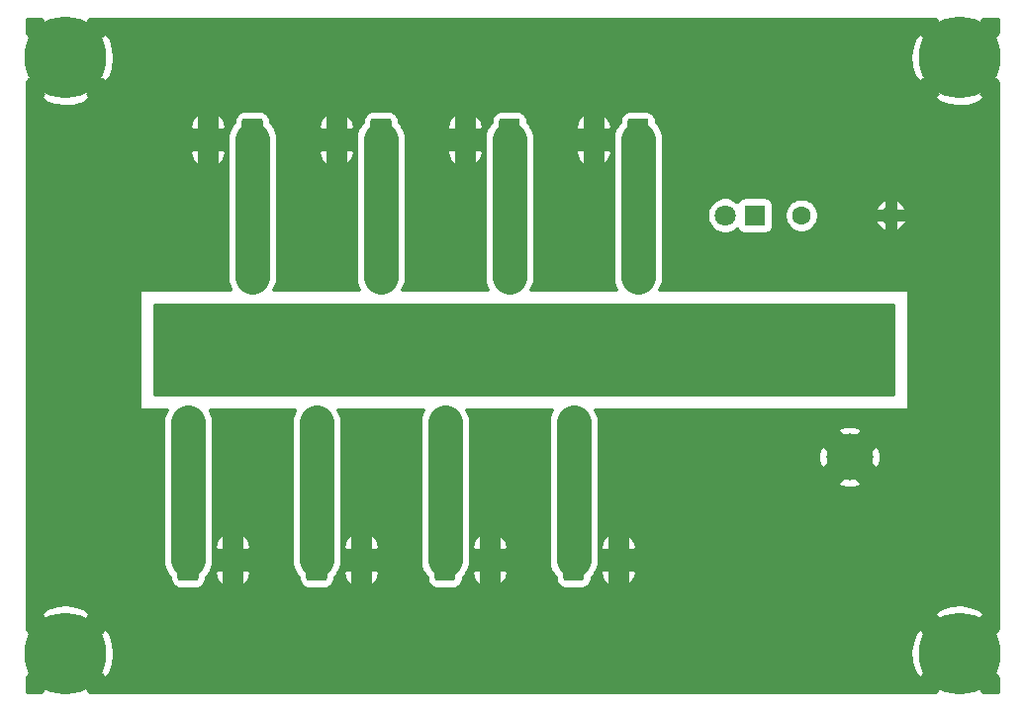
<source format=gbr>
%TF.GenerationSoftware,KiCad,Pcbnew,(5.1.9)-1*%
%TF.CreationDate,2021-03-10T23:31:42-05:00*%
%TF.ProjectId,Power_Distribution,506f7765-725f-4446-9973-747269627574,v1*%
%TF.SameCoordinates,Original*%
%TF.FileFunction,Copper,L1,Top*%
%TF.FilePolarity,Positive*%
%FSLAX46Y46*%
G04 Gerber Fmt 4.6, Leading zero omitted, Abs format (unit mm)*
G04 Created by KiCad (PCBNEW (5.1.9)-1) date 2021-03-10 23:31:42*
%MOMM*%
%LPD*%
G01*
G04 APERTURE LIST*
%TA.AperFunction,ComponentPad*%
%ADD10C,2.475000*%
%TD*%
%TA.AperFunction,ComponentPad*%
%ADD11O,1.600000X1.600000*%
%TD*%
%TA.AperFunction,ComponentPad*%
%ADD12C,1.600000*%
%TD*%
%TA.AperFunction,ComponentPad*%
%ADD13C,1.800000*%
%TD*%
%TA.AperFunction,ComponentPad*%
%ADD14R,1.800000X1.800000*%
%TD*%
%TA.AperFunction,ComponentPad*%
%ADD15O,1.800000X3.600000*%
%TD*%
%TA.AperFunction,ComponentPad*%
%ADD16C,7.000000*%
%TD*%
%TA.AperFunction,ComponentPad*%
%ADD17C,0.800000*%
%TD*%
%TA.AperFunction,ComponentPad*%
%ADD18C,4.000000*%
%TD*%
%TA.AperFunction,ComponentPad*%
%ADD19R,4.000000X4.000000*%
%TD*%
%TA.AperFunction,Conductor*%
%ADD20C,3.000000*%
%TD*%
%TA.AperFunction,Conductor*%
%ADD21C,0.254000*%
%TD*%
%TA.AperFunction,Conductor*%
%ADD22C,0.100000*%
%TD*%
G04 APERTURE END LIST*
D10*
%TO.P,F8,2_2*%
%TO.N,Net-(F8-Pad2_1)*%
X140500000Y-91050000D03*
%TO.P,F8,1_1*%
%TO.N,+12V*%
X140500000Y-102950000D03*
%TO.P,F8,2_1*%
%TO.N,Net-(F8-Pad2_1)*%
X140500000Y-94750000D03*
%TO.P,F8,1_2*%
%TO.N,+12V*%
X140500000Y-99250000D03*
%TD*%
%TO.P,F7,2_2*%
%TO.N,Net-(F7-Pad2_1)*%
X135000000Y-110950000D03*
%TO.P,F7,1_1*%
%TO.N,+12V*%
X135000000Y-99050000D03*
%TO.P,F7,2_1*%
%TO.N,Net-(F7-Pad2_1)*%
X135000000Y-107250000D03*
%TO.P,F7,1_2*%
%TO.N,+12V*%
X135000000Y-102750000D03*
%TD*%
%TO.P,F6,2_2*%
%TO.N,Net-(F6-Pad2_1)*%
X129500000Y-91050000D03*
%TO.P,F6,1_1*%
%TO.N,+12V*%
X129500000Y-102950000D03*
%TO.P,F6,2_1*%
%TO.N,Net-(F6-Pad2_1)*%
X129500000Y-94750000D03*
%TO.P,F6,1_2*%
%TO.N,+12V*%
X129500000Y-99250000D03*
%TD*%
%TO.P,F5,2_2*%
%TO.N,Net-(F5-Pad2_1)*%
X124000000Y-110950000D03*
%TO.P,F5,1_1*%
%TO.N,+12V*%
X124000000Y-99050000D03*
%TO.P,F5,2_1*%
%TO.N,Net-(F5-Pad2_1)*%
X124000000Y-107250000D03*
%TO.P,F5,1_2*%
%TO.N,+12V*%
X124000000Y-102750000D03*
%TD*%
%TO.P,F4,2_2*%
%TO.N,Net-(F4-Pad2_1)*%
X118500000Y-91050000D03*
%TO.P,F4,1_1*%
%TO.N,+12V*%
X118500000Y-102950000D03*
%TO.P,F4,2_1*%
%TO.N,Net-(F4-Pad2_1)*%
X118500000Y-94750000D03*
%TO.P,F4,1_2*%
%TO.N,+12V*%
X118500000Y-99250000D03*
%TD*%
%TO.P,F3,2_2*%
%TO.N,Net-(F3-Pad2_1)*%
X113000000Y-110950000D03*
%TO.P,F3,1_1*%
%TO.N,+12V*%
X113000000Y-99050000D03*
%TO.P,F3,2_1*%
%TO.N,Net-(F3-Pad2_1)*%
X113000000Y-107250000D03*
%TO.P,F3,1_2*%
%TO.N,+12V*%
X113000000Y-102750000D03*
%TD*%
%TO.P,F2,2_2*%
%TO.N,Net-(F2-Pad2_1)*%
X107500000Y-91050000D03*
%TO.P,F2,1_1*%
%TO.N,+12V*%
X107500000Y-102950000D03*
%TO.P,F2,2_1*%
%TO.N,Net-(F2-Pad2_1)*%
X107500000Y-94750000D03*
%TO.P,F2,1_2*%
%TO.N,+12V*%
X107500000Y-99250000D03*
%TD*%
%TO.P,F1,2_2*%
%TO.N,Net-(F1-Pad2_1)*%
X102000000Y-110950000D03*
%TO.P,F1,1_1*%
%TO.N,+12V*%
X102000000Y-99050000D03*
%TO.P,F1,2_1*%
%TO.N,Net-(F1-Pad2_1)*%
X102000000Y-107250000D03*
%TO.P,F1,1_2*%
%TO.N,+12V*%
X102000000Y-102750000D03*
%TD*%
D11*
%TO.P,R1,2*%
%TO.N,GND*%
X162120000Y-89500000D03*
D12*
%TO.P,R1,1*%
%TO.N,Net-(D1-Pad1)*%
X154500000Y-89500000D03*
%TD*%
D13*
%TO.P,D1,2*%
%TO.N,+12V*%
X147960000Y-89500000D03*
D14*
%TO.P,D1,1*%
%TO.N,Net-(D1-Pad1)*%
X150500000Y-89500000D03*
%TD*%
D15*
%TO.P,J8,2*%
%TO.N,GND*%
X136690000Y-83000000D03*
%TO.P,J8,1*%
%TO.N,Net-(F8-Pad2_1)*%
%TA.AperFunction,ComponentPad*%
G36*
G01*
X141400000Y-81450000D02*
X141400000Y-84550000D01*
G75*
G02*
X141150000Y-84800000I-250000J0D01*
G01*
X139850000Y-84800000D01*
G75*
G02*
X139600000Y-84550000I0J250000D01*
G01*
X139600000Y-81450000D01*
G75*
G02*
X139850000Y-81200000I250000J0D01*
G01*
X141150000Y-81200000D01*
G75*
G02*
X141400000Y-81450000I0J-250000D01*
G01*
G37*
%TD.AperFunction*%
%TD*%
%TO.P,J7,2*%
%TO.N,GND*%
X138810000Y-119000000D03*
%TO.P,J7,1*%
%TO.N,Net-(F7-Pad2_1)*%
%TA.AperFunction,ComponentPad*%
G36*
G01*
X134100000Y-120550000D02*
X134100000Y-117450000D01*
G75*
G02*
X134350000Y-117200000I250000J0D01*
G01*
X135650000Y-117200000D01*
G75*
G02*
X135900000Y-117450000I0J-250000D01*
G01*
X135900000Y-120550000D01*
G75*
G02*
X135650000Y-120800000I-250000J0D01*
G01*
X134350000Y-120800000D01*
G75*
G02*
X134100000Y-120550000I0J250000D01*
G01*
G37*
%TD.AperFunction*%
%TD*%
%TO.P,J6,2*%
%TO.N,GND*%
X125690000Y-83000000D03*
%TO.P,J6,1*%
%TO.N,Net-(F6-Pad2_1)*%
%TA.AperFunction,ComponentPad*%
G36*
G01*
X130400000Y-81450000D02*
X130400000Y-84550000D01*
G75*
G02*
X130150000Y-84800000I-250000J0D01*
G01*
X128850000Y-84800000D01*
G75*
G02*
X128600000Y-84550000I0J250000D01*
G01*
X128600000Y-81450000D01*
G75*
G02*
X128850000Y-81200000I250000J0D01*
G01*
X130150000Y-81200000D01*
G75*
G02*
X130400000Y-81450000I0J-250000D01*
G01*
G37*
%TD.AperFunction*%
%TD*%
%TO.P,J5,2*%
%TO.N,GND*%
X127810000Y-119000000D03*
%TO.P,J5,1*%
%TO.N,Net-(F5-Pad2_1)*%
%TA.AperFunction,ComponentPad*%
G36*
G01*
X123100000Y-120550000D02*
X123100000Y-117450000D01*
G75*
G02*
X123350000Y-117200000I250000J0D01*
G01*
X124650000Y-117200000D01*
G75*
G02*
X124900000Y-117450000I0J-250000D01*
G01*
X124900000Y-120550000D01*
G75*
G02*
X124650000Y-120800000I-250000J0D01*
G01*
X123350000Y-120800000D01*
G75*
G02*
X123100000Y-120550000I0J250000D01*
G01*
G37*
%TD.AperFunction*%
%TD*%
%TO.P,J4,2*%
%TO.N,GND*%
X114690000Y-83000000D03*
%TO.P,J4,1*%
%TO.N,Net-(F4-Pad2_1)*%
%TA.AperFunction,ComponentPad*%
G36*
G01*
X119400000Y-81450000D02*
X119400000Y-84550000D01*
G75*
G02*
X119150000Y-84800000I-250000J0D01*
G01*
X117850000Y-84800000D01*
G75*
G02*
X117600000Y-84550000I0J250000D01*
G01*
X117600000Y-81450000D01*
G75*
G02*
X117850000Y-81200000I250000J0D01*
G01*
X119150000Y-81200000D01*
G75*
G02*
X119400000Y-81450000I0J-250000D01*
G01*
G37*
%TD.AperFunction*%
%TD*%
%TO.P,J3,2*%
%TO.N,GND*%
X116810000Y-119000000D03*
%TO.P,J3,1*%
%TO.N,Net-(F3-Pad2_1)*%
%TA.AperFunction,ComponentPad*%
G36*
G01*
X112100000Y-120550000D02*
X112100000Y-117450000D01*
G75*
G02*
X112350000Y-117200000I250000J0D01*
G01*
X113650000Y-117200000D01*
G75*
G02*
X113900000Y-117450000I0J-250000D01*
G01*
X113900000Y-120550000D01*
G75*
G02*
X113650000Y-120800000I-250000J0D01*
G01*
X112350000Y-120800000D01*
G75*
G02*
X112100000Y-120550000I0J250000D01*
G01*
G37*
%TD.AperFunction*%
%TD*%
%TO.P,J2,2*%
%TO.N,GND*%
X103690000Y-83000000D03*
%TO.P,J2,1*%
%TO.N,Net-(F2-Pad2_1)*%
%TA.AperFunction,ComponentPad*%
G36*
G01*
X108400000Y-81450000D02*
X108400000Y-84550000D01*
G75*
G02*
X108150000Y-84800000I-250000J0D01*
G01*
X106850000Y-84800000D01*
G75*
G02*
X106600000Y-84550000I0J250000D01*
G01*
X106600000Y-81450000D01*
G75*
G02*
X106850000Y-81200000I250000J0D01*
G01*
X108150000Y-81200000D01*
G75*
G02*
X108400000Y-81450000I0J-250000D01*
G01*
G37*
%TD.AperFunction*%
%TD*%
%TO.P,J1,2*%
%TO.N,GND*%
X105810000Y-119000000D03*
%TO.P,J1,1*%
%TO.N,Net-(F1-Pad2_1)*%
%TA.AperFunction,ComponentPad*%
G36*
G01*
X101100000Y-120550000D02*
X101100000Y-117450000D01*
G75*
G02*
X101350000Y-117200000I250000J0D01*
G01*
X102650000Y-117200000D01*
G75*
G02*
X102900000Y-117450000I0J-250000D01*
G01*
X102900000Y-120550000D01*
G75*
G02*
X102650000Y-120800000I-250000J0D01*
G01*
X101350000Y-120800000D01*
G75*
G02*
X101100000Y-120550000I0J250000D01*
G01*
G37*
%TD.AperFunction*%
%TD*%
D16*
%TO.P,H1,1*%
%TO.N,GND*%
X168000000Y-127000000D03*
D17*
X170625000Y-127000000D03*
X169856155Y-128856155D03*
X168000000Y-129625000D03*
X166143845Y-128856155D03*
X165375000Y-127000000D03*
X166143845Y-125143845D03*
X168000000Y-124375000D03*
X169856155Y-125143845D03*
%TD*%
D18*
%TO.P,TB1,2*%
%TO.N,GND*%
X158600000Y-110200000D03*
D19*
%TO.P,TB1,1*%
%TO.N,+12V*%
X158600000Y-100700000D03*
%TD*%
D16*
%TO.P,H4,1*%
%TO.N,GND*%
X91500000Y-76000000D03*
D17*
X94125000Y-76000000D03*
X93356155Y-77856155D03*
X91500000Y-78625000D03*
X89643845Y-77856155D03*
X88875000Y-76000000D03*
X89643845Y-74143845D03*
X91500000Y-73375000D03*
X93356155Y-74143845D03*
%TD*%
D16*
%TO.P,H3,1*%
%TO.N,GND*%
X91500000Y-127000000D03*
D17*
X94125000Y-127000000D03*
X93356155Y-128856155D03*
X91500000Y-129625000D03*
X89643845Y-128856155D03*
X88875000Y-127000000D03*
X89643845Y-125143845D03*
X91500000Y-124375000D03*
X93356155Y-125143845D03*
%TD*%
D16*
%TO.P,H2,1*%
%TO.N,GND*%
X168000000Y-76000000D03*
D17*
X170625000Y-76000000D03*
X169856155Y-77856155D03*
X168000000Y-78625000D03*
X166143845Y-77856155D03*
X165375000Y-76000000D03*
X166143845Y-74143845D03*
X168000000Y-73375000D03*
X169856155Y-74143845D03*
%TD*%
D20*
%TO.N,Net-(F1-Pad2_1)*%
X102000000Y-107250000D02*
X102000000Y-119000000D01*
%TO.N,Net-(F2-Pad2_1)*%
X107500000Y-94750000D02*
X107500000Y-83000000D01*
%TO.N,Net-(F3-Pad2_1)*%
X113000000Y-107250000D02*
X113000000Y-119000000D01*
%TO.N,Net-(F4-Pad2_1)*%
X118500000Y-94750000D02*
X118500000Y-83000000D01*
%TO.N,Net-(F5-Pad2_1)*%
X124000000Y-107250000D02*
X124000000Y-119000000D01*
%TO.N,Net-(F6-Pad2_1)*%
X129500000Y-94750000D02*
X129500000Y-83000000D01*
%TO.N,Net-(F7-Pad2_1)*%
X135000000Y-119000000D02*
X135000000Y-107250000D01*
%TO.N,Net-(F8-Pad2_1)*%
X140500000Y-94750000D02*
X140500000Y-83000000D01*
%TD*%
D21*
%TO.N,+12V*%
X162373000Y-104873000D02*
X99127000Y-104873000D01*
X99127000Y-97127000D01*
X162373000Y-97127000D01*
X162373000Y-104873000D01*
%TA.AperFunction,Conductor*%
D22*
G36*
X162373000Y-104873000D02*
G01*
X99127000Y-104873000D01*
X99127000Y-97127000D01*
X162373000Y-97127000D01*
X162373000Y-104873000D01*
G37*
%TD.AperFunction*%
%TD*%
D21*
%TO.N,GND*%
X89643844Y-72909236D02*
X89424531Y-73128548D01*
X89410454Y-73130362D01*
X89274842Y-73171500D01*
X89244396Y-73358316D01*
X89643845Y-73757765D01*
X89733648Y-73667963D01*
X90119728Y-74054043D01*
X90029925Y-74143845D01*
X90429374Y-74543294D01*
X90616190Y-74512848D01*
X90655845Y-74366456D01*
X90878455Y-74143847D01*
X91500000Y-74765392D01*
X92121546Y-74143847D01*
X92340858Y-74363159D01*
X92342672Y-74377236D01*
X92383810Y-74512848D01*
X92570626Y-74543294D01*
X92970075Y-74143845D01*
X92880273Y-74054043D01*
X93266353Y-73667963D01*
X93356155Y-73757765D01*
X93755604Y-73358316D01*
X93725158Y-73171500D01*
X93578766Y-73131845D01*
X93356157Y-72909236D01*
X93605392Y-72660000D01*
X165894608Y-72660000D01*
X166143844Y-72909236D01*
X165924531Y-73128548D01*
X165910454Y-73130362D01*
X165774842Y-73171500D01*
X165744396Y-73358316D01*
X166143845Y-73757765D01*
X166233648Y-73667963D01*
X166619728Y-74054043D01*
X166529925Y-74143845D01*
X166929374Y-74543294D01*
X167116190Y-74512848D01*
X167155845Y-74366456D01*
X167378455Y-74143847D01*
X168000000Y-74765392D01*
X168621546Y-74143847D01*
X168840858Y-74363159D01*
X168842672Y-74377236D01*
X168883810Y-74512848D01*
X169070626Y-74543294D01*
X169470075Y-74143845D01*
X169380273Y-74054043D01*
X169766353Y-73667963D01*
X169856155Y-73757765D01*
X170255604Y-73358316D01*
X170225158Y-73171500D01*
X170078766Y-73131845D01*
X169856157Y-72909236D01*
X170105392Y-72660000D01*
X171340000Y-72660000D01*
X171340000Y-73894608D01*
X171090765Y-74143844D01*
X170871452Y-73924531D01*
X170869638Y-73910454D01*
X170828500Y-73774842D01*
X170641684Y-73744396D01*
X170242235Y-74143845D01*
X170332038Y-74233648D01*
X169945958Y-74619728D01*
X169856155Y-74529925D01*
X169456706Y-74929374D01*
X169487152Y-75116190D01*
X169633544Y-75155845D01*
X169856154Y-75378455D01*
X169234608Y-76000000D01*
X169856154Y-76621546D01*
X169636841Y-76840858D01*
X169622764Y-76842672D01*
X169487152Y-76883810D01*
X169456706Y-77070626D01*
X169856155Y-77470075D01*
X169945958Y-77380273D01*
X170332038Y-77766353D01*
X170242235Y-77856155D01*
X170641684Y-78255604D01*
X170828500Y-78225158D01*
X170868155Y-78078766D01*
X171090765Y-77856157D01*
X171340000Y-78105392D01*
X171340001Y-124894607D01*
X171090765Y-125143844D01*
X170871452Y-124924531D01*
X170869638Y-124910454D01*
X170828500Y-124774842D01*
X170641684Y-124744396D01*
X170242235Y-125143845D01*
X170332038Y-125233648D01*
X169945958Y-125619728D01*
X169856155Y-125529925D01*
X169456706Y-125929374D01*
X169487152Y-126116190D01*
X169633544Y-126155845D01*
X169856154Y-126378455D01*
X169234608Y-127000000D01*
X169856154Y-127621546D01*
X169636841Y-127840858D01*
X169622764Y-127842672D01*
X169487152Y-127883810D01*
X169456706Y-128070626D01*
X169856155Y-128470075D01*
X169945958Y-128380273D01*
X170332038Y-128766353D01*
X170242235Y-128856155D01*
X170641684Y-129255604D01*
X170828500Y-129225158D01*
X170868155Y-129078766D01*
X171090765Y-128856157D01*
X171340001Y-129105393D01*
X171340001Y-130340000D01*
X170105392Y-130340000D01*
X169856157Y-130090765D01*
X170075469Y-129871452D01*
X170089546Y-129869638D01*
X170225158Y-129828500D01*
X170255604Y-129641684D01*
X169856155Y-129242235D01*
X169766353Y-129332038D01*
X169380273Y-128945958D01*
X169470075Y-128856155D01*
X169070626Y-128456706D01*
X168883810Y-128487152D01*
X168844155Y-128633544D01*
X168621546Y-128856154D01*
X168000000Y-128234608D01*
X167378455Y-128856154D01*
X167159142Y-128636841D01*
X167157328Y-128622764D01*
X167116190Y-128487152D01*
X166929374Y-128456706D01*
X166529925Y-128856155D01*
X166619728Y-128945958D01*
X166233648Y-129332038D01*
X166143845Y-129242235D01*
X165744396Y-129641684D01*
X165774842Y-129828500D01*
X165921234Y-129868155D01*
X166143844Y-130090765D01*
X165894608Y-130340000D01*
X93605392Y-130340000D01*
X93356157Y-130090765D01*
X93575469Y-129871452D01*
X93589546Y-129869638D01*
X93725158Y-129828500D01*
X93755604Y-129641684D01*
X93356155Y-129242235D01*
X93266353Y-129332038D01*
X92880273Y-128945958D01*
X92970075Y-128856155D01*
X92570626Y-128456706D01*
X92383810Y-128487152D01*
X92344155Y-128633544D01*
X92121546Y-128856154D01*
X91500000Y-128234608D01*
X90878455Y-128856154D01*
X90659142Y-128636841D01*
X90657328Y-128622764D01*
X90616190Y-128487152D01*
X90429374Y-128456706D01*
X90029925Y-128856155D01*
X90119728Y-128945958D01*
X89733648Y-129332038D01*
X89643845Y-129242235D01*
X89244396Y-129641684D01*
X89274842Y-129828500D01*
X89421234Y-129868155D01*
X89643844Y-130090765D01*
X89394608Y-130340000D01*
X88160000Y-130340000D01*
X88160000Y-129105392D01*
X88409236Y-128856157D01*
X88628548Y-129075469D01*
X88630362Y-129089546D01*
X88671500Y-129225158D01*
X88858316Y-129255604D01*
X89257765Y-128856155D01*
X89167963Y-128766353D01*
X89554043Y-128380273D01*
X89643845Y-128470075D01*
X90043294Y-128070626D01*
X90012848Y-127883810D01*
X89866456Y-127844155D01*
X89643847Y-127621546D01*
X90265392Y-127000000D01*
X92734608Y-127000000D01*
X93356154Y-127621546D01*
X93136841Y-127840858D01*
X93122764Y-127842672D01*
X92987152Y-127883810D01*
X92956706Y-128070626D01*
X93356155Y-128470075D01*
X93445958Y-128380273D01*
X93832038Y-128766353D01*
X93742235Y-128856155D01*
X94141684Y-129255604D01*
X94328500Y-129225158D01*
X94368155Y-129078766D01*
X94590765Y-128856157D01*
X94874834Y-129140226D01*
X95299574Y-128681465D01*
X95554603Y-127907896D01*
X95653817Y-127099438D01*
X95639026Y-126900562D01*
X163846183Y-126900562D01*
X163906598Y-127712843D01*
X164124321Y-128497729D01*
X164200426Y-128681465D01*
X164625166Y-129140226D01*
X164909236Y-128856157D01*
X165128548Y-129075469D01*
X165130362Y-129089546D01*
X165171500Y-129225158D01*
X165358316Y-129255604D01*
X165757765Y-128856155D01*
X165667963Y-128766353D01*
X166054043Y-128380273D01*
X166143845Y-128470075D01*
X166543294Y-128070626D01*
X166512848Y-127883810D01*
X166366456Y-127844155D01*
X166143847Y-127621546D01*
X166765392Y-127000000D01*
X166143847Y-126378455D01*
X166363159Y-126159142D01*
X166377236Y-126157328D01*
X166512848Y-126116190D01*
X166543294Y-125929374D01*
X166143845Y-125529925D01*
X166054043Y-125619728D01*
X165667963Y-125233648D01*
X165757765Y-125143845D01*
X165358316Y-124744396D01*
X165171500Y-124774842D01*
X165131845Y-124921234D01*
X164909236Y-125143844D01*
X164625166Y-124859774D01*
X164200426Y-125318535D01*
X163945397Y-126092104D01*
X163846183Y-126900562D01*
X95639026Y-126900562D01*
X95593402Y-126287157D01*
X95375679Y-125502271D01*
X95299574Y-125318535D01*
X94874834Y-124859774D01*
X94590765Y-125143844D01*
X94371452Y-124924531D01*
X94369638Y-124910454D01*
X94328500Y-124774842D01*
X94141684Y-124744396D01*
X93742235Y-125143845D01*
X93832038Y-125233648D01*
X93445958Y-125619728D01*
X93356155Y-125529925D01*
X92956706Y-125929374D01*
X92987152Y-126116190D01*
X93133544Y-126155845D01*
X93356154Y-126378455D01*
X92734608Y-127000000D01*
X90265392Y-127000000D01*
X89643847Y-126378455D01*
X89863159Y-126159142D01*
X89877236Y-126157328D01*
X90012848Y-126116190D01*
X90043294Y-125929374D01*
X89643845Y-125529925D01*
X89554043Y-125619728D01*
X89167963Y-125233648D01*
X89257765Y-125143845D01*
X88858316Y-124744396D01*
X88671500Y-124774842D01*
X88631845Y-124921234D01*
X88409236Y-125143844D01*
X88160000Y-124894608D01*
X88160000Y-124358316D01*
X89244396Y-124358316D01*
X89643845Y-124757765D01*
X89733648Y-124667963D01*
X90119728Y-125054043D01*
X90029925Y-125143845D01*
X90429374Y-125543294D01*
X90616190Y-125512848D01*
X90655845Y-125366456D01*
X90878455Y-125143847D01*
X91500000Y-125765392D01*
X92121546Y-125143847D01*
X92340858Y-125363159D01*
X92342672Y-125377236D01*
X92383810Y-125512848D01*
X92570626Y-125543294D01*
X92970075Y-125143845D01*
X92880273Y-125054043D01*
X93266353Y-124667963D01*
X93356155Y-124757765D01*
X93755604Y-124358316D01*
X165744396Y-124358316D01*
X166143845Y-124757765D01*
X166233648Y-124667963D01*
X166619728Y-125054043D01*
X166529925Y-125143845D01*
X166929374Y-125543294D01*
X167116190Y-125512848D01*
X167155845Y-125366456D01*
X167378455Y-125143847D01*
X168000000Y-125765392D01*
X168621546Y-125143847D01*
X168840858Y-125363159D01*
X168842672Y-125377236D01*
X168883810Y-125512848D01*
X169070626Y-125543294D01*
X169470075Y-125143845D01*
X169380273Y-125054043D01*
X169766353Y-124667963D01*
X169856155Y-124757765D01*
X170255604Y-124358316D01*
X170225158Y-124171500D01*
X170078766Y-124131845D01*
X169856157Y-123909236D01*
X170140226Y-123625166D01*
X169681465Y-123200426D01*
X168907896Y-122945397D01*
X168099438Y-122846183D01*
X167287157Y-122906598D01*
X166502271Y-123124321D01*
X166318535Y-123200426D01*
X165859774Y-123625166D01*
X166143844Y-123909236D01*
X165924531Y-124128548D01*
X165910454Y-124130362D01*
X165774842Y-124171500D01*
X165744396Y-124358316D01*
X93755604Y-124358316D01*
X93725158Y-124171500D01*
X93578766Y-124131845D01*
X93356157Y-123909236D01*
X93640226Y-123625166D01*
X93181465Y-123200426D01*
X92407896Y-122945397D01*
X91599438Y-122846183D01*
X90787157Y-122906598D01*
X90002271Y-123124321D01*
X89818535Y-123200426D01*
X89359774Y-123625166D01*
X89643844Y-123909236D01*
X89424531Y-124128548D01*
X89410454Y-124130362D01*
X89274842Y-124171500D01*
X89244396Y-124358316D01*
X88160000Y-124358316D01*
X88160000Y-96000000D01*
X97873000Y-96000000D01*
X97873000Y-106000000D01*
X97875440Y-106024776D01*
X97882667Y-106048601D01*
X97894403Y-106070557D01*
X97910197Y-106089803D01*
X97929443Y-106105597D01*
X97951399Y-106117333D01*
X97975224Y-106124560D01*
X98000000Y-106127000D01*
X100179406Y-106127000D01*
X100017974Y-106429019D01*
X99895892Y-106831468D01*
X99865000Y-107145119D01*
X99865001Y-119104882D01*
X99895893Y-119418533D01*
X100017975Y-119820982D01*
X100216224Y-120191881D01*
X100461928Y-120491272D01*
X100461928Y-120550000D01*
X100478992Y-120723254D01*
X100529528Y-120889850D01*
X100611595Y-121043386D01*
X100722038Y-121177962D01*
X100856614Y-121288405D01*
X101010150Y-121370472D01*
X101176746Y-121421008D01*
X101350000Y-121438072D01*
X102650000Y-121438072D01*
X102823254Y-121421008D01*
X102989850Y-121370472D01*
X103143386Y-121288405D01*
X103277962Y-121177962D01*
X103388405Y-121043386D01*
X103470472Y-120889850D01*
X103521008Y-120723254D01*
X103538072Y-120550000D01*
X103538072Y-120491273D01*
X103783777Y-120191881D01*
X103825053Y-120114657D01*
X104282111Y-120114657D01*
X104353346Y-120408609D01*
X104480560Y-120683015D01*
X104658863Y-120927330D01*
X104839060Y-121088907D01*
X105037000Y-121038655D01*
X105037000Y-119873000D01*
X106583000Y-119873000D01*
X106583000Y-121038655D01*
X106780940Y-121088907D01*
X106961137Y-120927330D01*
X107139440Y-120683015D01*
X107266654Y-120408609D01*
X107337889Y-120114657D01*
X107193908Y-119873000D01*
X106583000Y-119873000D01*
X105037000Y-119873000D01*
X104426092Y-119873000D01*
X104282111Y-120114657D01*
X103825053Y-120114657D01*
X103982026Y-119820982D01*
X104104108Y-119418533D01*
X104135000Y-119104882D01*
X104135000Y-117885343D01*
X104282111Y-117885343D01*
X104426092Y-118127000D01*
X105037000Y-118127000D01*
X105037000Y-116961345D01*
X106583000Y-116961345D01*
X106583000Y-118127000D01*
X107193908Y-118127000D01*
X107337889Y-117885343D01*
X107266654Y-117591391D01*
X107139440Y-117316985D01*
X106961137Y-117072670D01*
X106780940Y-116911093D01*
X106583000Y-116961345D01*
X105037000Y-116961345D01*
X104839060Y-116911093D01*
X104658863Y-117072670D01*
X104480560Y-117316985D01*
X104353346Y-117591391D01*
X104282111Y-117885343D01*
X104135000Y-117885343D01*
X104135000Y-107145118D01*
X104104108Y-106831467D01*
X103982026Y-106429018D01*
X103820595Y-106127000D01*
X111179406Y-106127000D01*
X111017974Y-106429019D01*
X110895892Y-106831468D01*
X110865000Y-107145119D01*
X110865001Y-119104882D01*
X110895893Y-119418533D01*
X111017975Y-119820982D01*
X111216224Y-120191881D01*
X111461928Y-120491272D01*
X111461928Y-120550000D01*
X111478992Y-120723254D01*
X111529528Y-120889850D01*
X111611595Y-121043386D01*
X111722038Y-121177962D01*
X111856614Y-121288405D01*
X112010150Y-121370472D01*
X112176746Y-121421008D01*
X112350000Y-121438072D01*
X113650000Y-121438072D01*
X113823254Y-121421008D01*
X113989850Y-121370472D01*
X114143386Y-121288405D01*
X114277962Y-121177962D01*
X114388405Y-121043386D01*
X114470472Y-120889850D01*
X114521008Y-120723254D01*
X114538072Y-120550000D01*
X114538072Y-120491273D01*
X114783777Y-120191881D01*
X114825053Y-120114657D01*
X115282111Y-120114657D01*
X115353346Y-120408609D01*
X115480560Y-120683015D01*
X115658863Y-120927330D01*
X115839060Y-121088907D01*
X116037000Y-121038655D01*
X116037000Y-119873000D01*
X117583000Y-119873000D01*
X117583000Y-121038655D01*
X117780940Y-121088907D01*
X117961137Y-120927330D01*
X118139440Y-120683015D01*
X118266654Y-120408609D01*
X118337889Y-120114657D01*
X118193908Y-119873000D01*
X117583000Y-119873000D01*
X116037000Y-119873000D01*
X115426092Y-119873000D01*
X115282111Y-120114657D01*
X114825053Y-120114657D01*
X114982026Y-119820982D01*
X115104108Y-119418533D01*
X115135000Y-119104882D01*
X115135000Y-117885343D01*
X115282111Y-117885343D01*
X115426092Y-118127000D01*
X116037000Y-118127000D01*
X116037000Y-116961345D01*
X117583000Y-116961345D01*
X117583000Y-118127000D01*
X118193908Y-118127000D01*
X118337889Y-117885343D01*
X118266654Y-117591391D01*
X118139440Y-117316985D01*
X117961137Y-117072670D01*
X117780940Y-116911093D01*
X117583000Y-116961345D01*
X116037000Y-116961345D01*
X115839060Y-116911093D01*
X115658863Y-117072670D01*
X115480560Y-117316985D01*
X115353346Y-117591391D01*
X115282111Y-117885343D01*
X115135000Y-117885343D01*
X115135000Y-107145118D01*
X115104108Y-106831467D01*
X114982026Y-106429018D01*
X114820595Y-106127000D01*
X122179406Y-106127000D01*
X122017974Y-106429019D01*
X121895892Y-106831468D01*
X121865000Y-107145119D01*
X121865001Y-119104882D01*
X121895893Y-119418533D01*
X122017975Y-119820982D01*
X122216224Y-120191881D01*
X122461928Y-120491272D01*
X122461928Y-120550000D01*
X122478992Y-120723254D01*
X122529528Y-120889850D01*
X122611595Y-121043386D01*
X122722038Y-121177962D01*
X122856614Y-121288405D01*
X123010150Y-121370472D01*
X123176746Y-121421008D01*
X123350000Y-121438072D01*
X124650000Y-121438072D01*
X124823254Y-121421008D01*
X124989850Y-121370472D01*
X125143386Y-121288405D01*
X125277962Y-121177962D01*
X125388405Y-121043386D01*
X125470472Y-120889850D01*
X125521008Y-120723254D01*
X125538072Y-120550000D01*
X125538072Y-120491273D01*
X125783777Y-120191881D01*
X125825053Y-120114657D01*
X126282111Y-120114657D01*
X126353346Y-120408609D01*
X126480560Y-120683015D01*
X126658863Y-120927330D01*
X126839060Y-121088907D01*
X127037000Y-121038655D01*
X127037000Y-119873000D01*
X128583000Y-119873000D01*
X128583000Y-121038655D01*
X128780940Y-121088907D01*
X128961137Y-120927330D01*
X129139440Y-120683015D01*
X129266654Y-120408609D01*
X129337889Y-120114657D01*
X129193908Y-119873000D01*
X128583000Y-119873000D01*
X127037000Y-119873000D01*
X126426092Y-119873000D01*
X126282111Y-120114657D01*
X125825053Y-120114657D01*
X125982026Y-119820982D01*
X126104108Y-119418533D01*
X126135000Y-119104882D01*
X126135000Y-117885343D01*
X126282111Y-117885343D01*
X126426092Y-118127000D01*
X127037000Y-118127000D01*
X127037000Y-116961345D01*
X128583000Y-116961345D01*
X128583000Y-118127000D01*
X129193908Y-118127000D01*
X129337889Y-117885343D01*
X129266654Y-117591391D01*
X129139440Y-117316985D01*
X128961137Y-117072670D01*
X128780940Y-116911093D01*
X128583000Y-116961345D01*
X127037000Y-116961345D01*
X126839060Y-116911093D01*
X126658863Y-117072670D01*
X126480560Y-117316985D01*
X126353346Y-117591391D01*
X126282111Y-117885343D01*
X126135000Y-117885343D01*
X126135000Y-107145118D01*
X126104108Y-106831467D01*
X125982026Y-106429018D01*
X125820595Y-106127000D01*
X133179406Y-106127000D01*
X133017975Y-106429018D01*
X132895893Y-106831467D01*
X132865001Y-107145118D01*
X132865000Y-119104881D01*
X132895892Y-119418532D01*
X133017974Y-119820981D01*
X133216223Y-120191881D01*
X133461928Y-120491273D01*
X133461928Y-120550000D01*
X133478992Y-120723254D01*
X133529528Y-120889850D01*
X133611595Y-121043386D01*
X133722038Y-121177962D01*
X133856614Y-121288405D01*
X134010150Y-121370472D01*
X134176746Y-121421008D01*
X134350000Y-121438072D01*
X135650000Y-121438072D01*
X135823254Y-121421008D01*
X135989850Y-121370472D01*
X136143386Y-121288405D01*
X136277962Y-121177962D01*
X136388405Y-121043386D01*
X136470472Y-120889850D01*
X136521008Y-120723254D01*
X136538072Y-120550000D01*
X136538072Y-120491273D01*
X136783777Y-120191881D01*
X136825053Y-120114657D01*
X137282111Y-120114657D01*
X137353346Y-120408609D01*
X137480560Y-120683015D01*
X137658863Y-120927330D01*
X137839060Y-121088907D01*
X138037000Y-121038655D01*
X138037000Y-119873000D01*
X139583000Y-119873000D01*
X139583000Y-121038655D01*
X139780940Y-121088907D01*
X139961137Y-120927330D01*
X140139440Y-120683015D01*
X140266654Y-120408609D01*
X140337889Y-120114657D01*
X140193908Y-119873000D01*
X139583000Y-119873000D01*
X138037000Y-119873000D01*
X137426092Y-119873000D01*
X137282111Y-120114657D01*
X136825053Y-120114657D01*
X136982026Y-119820982D01*
X137104108Y-119418533D01*
X137135000Y-119104882D01*
X137135000Y-117885343D01*
X137282111Y-117885343D01*
X137426092Y-118127000D01*
X138037000Y-118127000D01*
X138037000Y-116961345D01*
X139583000Y-116961345D01*
X139583000Y-118127000D01*
X140193908Y-118127000D01*
X140337889Y-117885343D01*
X140266654Y-117591391D01*
X140139440Y-117316985D01*
X139961137Y-117072670D01*
X139780940Y-116911093D01*
X139583000Y-116961345D01*
X138037000Y-116961345D01*
X137839060Y-116911093D01*
X137658863Y-117072670D01*
X137480560Y-117316985D01*
X137353346Y-117591391D01*
X137282111Y-117885343D01*
X137135000Y-117885343D01*
X137135000Y-112465484D01*
X157569125Y-112465484D01*
X157836991Y-112735428D01*
X158346290Y-112835567D01*
X158865339Y-112834421D01*
X159363009Y-112735428D01*
X159630875Y-112465484D01*
X158600000Y-111434608D01*
X157569125Y-112465484D01*
X137135000Y-112465484D01*
X137135000Y-109946290D01*
X155964433Y-109946290D01*
X155965579Y-110465339D01*
X156064572Y-110963009D01*
X156334516Y-111230875D01*
X157365392Y-110200000D01*
X159834608Y-110200000D01*
X160865484Y-111230875D01*
X161135428Y-110963009D01*
X161235567Y-110453710D01*
X161234421Y-109934661D01*
X161135428Y-109436991D01*
X160865484Y-109169125D01*
X159834608Y-110200000D01*
X157365392Y-110200000D01*
X156334516Y-109169125D01*
X156064572Y-109436991D01*
X155964433Y-109946290D01*
X137135000Y-109946290D01*
X137135000Y-107934516D01*
X157569125Y-107934516D01*
X158600000Y-108965392D01*
X159630875Y-107934516D01*
X159363009Y-107664572D01*
X158853710Y-107564433D01*
X158334661Y-107565579D01*
X157836991Y-107664572D01*
X157569125Y-107934516D01*
X137135000Y-107934516D01*
X137135000Y-107145118D01*
X137104108Y-106831467D01*
X136982026Y-106429018D01*
X136820595Y-106127000D01*
X163500000Y-106127000D01*
X163524776Y-106124560D01*
X163548601Y-106117333D01*
X163570557Y-106105597D01*
X163589803Y-106089803D01*
X163605597Y-106070557D01*
X163617333Y-106048601D01*
X163624560Y-106024776D01*
X163627000Y-106000000D01*
X163627000Y-96000000D01*
X163624560Y-95975224D01*
X163617333Y-95951399D01*
X163605597Y-95929443D01*
X163589803Y-95910197D01*
X163570557Y-95894403D01*
X163548601Y-95882667D01*
X163524776Y-95875440D01*
X163500000Y-95873000D01*
X142320595Y-95873000D01*
X142482026Y-95570982D01*
X142604108Y-95168533D01*
X142635000Y-94854882D01*
X142635000Y-89348816D01*
X146425000Y-89348816D01*
X146425000Y-89651184D01*
X146483989Y-89947743D01*
X146599701Y-90227095D01*
X146767688Y-90478505D01*
X146981495Y-90692312D01*
X147232905Y-90860299D01*
X147512257Y-90976011D01*
X147808816Y-91035000D01*
X148111184Y-91035000D01*
X148407743Y-90976011D01*
X148687095Y-90860299D01*
X148938505Y-90692312D01*
X149004944Y-90625873D01*
X149010498Y-90644180D01*
X149069463Y-90754494D01*
X149148815Y-90851185D01*
X149245506Y-90930537D01*
X149355820Y-90989502D01*
X149475518Y-91025812D01*
X149600000Y-91038072D01*
X151400000Y-91038072D01*
X151524482Y-91025812D01*
X151644180Y-90989502D01*
X151754494Y-90930537D01*
X151851185Y-90851185D01*
X151930537Y-90754494D01*
X151989502Y-90644180D01*
X152025812Y-90524482D01*
X152038072Y-90400000D01*
X152038072Y-89358665D01*
X153065000Y-89358665D01*
X153065000Y-89641335D01*
X153120147Y-89918574D01*
X153228320Y-90179727D01*
X153385363Y-90414759D01*
X153585241Y-90614637D01*
X153820273Y-90771680D01*
X154081426Y-90879853D01*
X154358665Y-90935000D01*
X154641335Y-90935000D01*
X154918574Y-90879853D01*
X155179727Y-90771680D01*
X155414759Y-90614637D01*
X155614637Y-90414759D01*
X155771680Y-90179727D01*
X155810844Y-90085175D01*
X160809735Y-90085175D01*
X160905490Y-90264351D01*
X161077944Y-90486603D01*
X161290444Y-90670941D01*
X161534823Y-90810280D01*
X161747000Y-90726940D01*
X161747000Y-89873000D01*
X162493000Y-89873000D01*
X162493000Y-90726940D01*
X162705177Y-90810280D01*
X162949556Y-90670941D01*
X163162056Y-90486603D01*
X163334510Y-90264351D01*
X163430265Y-90085175D01*
X163340527Y-89873000D01*
X162493000Y-89873000D01*
X161747000Y-89873000D01*
X160899473Y-89873000D01*
X160809735Y-90085175D01*
X155810844Y-90085175D01*
X155879853Y-89918574D01*
X155935000Y-89641335D01*
X155935000Y-89358665D01*
X155879853Y-89081426D01*
X155810845Y-88914825D01*
X160809735Y-88914825D01*
X160899473Y-89127000D01*
X161747000Y-89127000D01*
X161747000Y-88273060D01*
X162493000Y-88273060D01*
X162493000Y-89127000D01*
X163340527Y-89127000D01*
X163430265Y-88914825D01*
X163334510Y-88735649D01*
X163162056Y-88513397D01*
X162949556Y-88329059D01*
X162705177Y-88189720D01*
X162493000Y-88273060D01*
X161747000Y-88273060D01*
X161534823Y-88189720D01*
X161290444Y-88329059D01*
X161077944Y-88513397D01*
X160905490Y-88735649D01*
X160809735Y-88914825D01*
X155810845Y-88914825D01*
X155771680Y-88820273D01*
X155614637Y-88585241D01*
X155414759Y-88385363D01*
X155179727Y-88228320D01*
X154918574Y-88120147D01*
X154641335Y-88065000D01*
X154358665Y-88065000D01*
X154081426Y-88120147D01*
X153820273Y-88228320D01*
X153585241Y-88385363D01*
X153385363Y-88585241D01*
X153228320Y-88820273D01*
X153120147Y-89081426D01*
X153065000Y-89358665D01*
X152038072Y-89358665D01*
X152038072Y-88600000D01*
X152025812Y-88475518D01*
X151989502Y-88355820D01*
X151930537Y-88245506D01*
X151851185Y-88148815D01*
X151754494Y-88069463D01*
X151644180Y-88010498D01*
X151524482Y-87974188D01*
X151400000Y-87961928D01*
X149600000Y-87961928D01*
X149475518Y-87974188D01*
X149355820Y-88010498D01*
X149245506Y-88069463D01*
X149148815Y-88148815D01*
X149069463Y-88245506D01*
X149010498Y-88355820D01*
X149004944Y-88374127D01*
X148938505Y-88307688D01*
X148687095Y-88139701D01*
X148407743Y-88023989D01*
X148111184Y-87965000D01*
X147808816Y-87965000D01*
X147512257Y-88023989D01*
X147232905Y-88139701D01*
X146981495Y-88307688D01*
X146767688Y-88521495D01*
X146599701Y-88772905D01*
X146483989Y-89052257D01*
X146425000Y-89348816D01*
X142635000Y-89348816D01*
X142635000Y-82895118D01*
X142604108Y-82581467D01*
X142482026Y-82179018D01*
X142283777Y-81808119D01*
X142038072Y-81508727D01*
X142038072Y-81450000D01*
X142021008Y-81276746D01*
X141970472Y-81110150D01*
X141888405Y-80956614D01*
X141777962Y-80822038D01*
X141643386Y-80711595D01*
X141489850Y-80629528D01*
X141323254Y-80578992D01*
X141150000Y-80561928D01*
X139850000Y-80561928D01*
X139676746Y-80578992D01*
X139510150Y-80629528D01*
X139356614Y-80711595D01*
X139222038Y-80822038D01*
X139111595Y-80956614D01*
X139029528Y-81110150D01*
X138978992Y-81276746D01*
X138961928Y-81450000D01*
X138961928Y-81508728D01*
X138716224Y-81808119D01*
X138517975Y-82179018D01*
X138395893Y-82581467D01*
X138365001Y-82895118D01*
X138365000Y-94854881D01*
X138395892Y-95168532D01*
X138517974Y-95570981D01*
X138679406Y-95873000D01*
X131320595Y-95873000D01*
X131482026Y-95570982D01*
X131604108Y-95168533D01*
X131635000Y-94854882D01*
X131635000Y-84114657D01*
X135162111Y-84114657D01*
X135233346Y-84408609D01*
X135360560Y-84683015D01*
X135538863Y-84927330D01*
X135719060Y-85088907D01*
X135917000Y-85038655D01*
X135917000Y-83873000D01*
X137463000Y-83873000D01*
X137463000Y-85038655D01*
X137660940Y-85088907D01*
X137841137Y-84927330D01*
X138019440Y-84683015D01*
X138146654Y-84408609D01*
X138217889Y-84114657D01*
X138073908Y-83873000D01*
X137463000Y-83873000D01*
X135917000Y-83873000D01*
X135306092Y-83873000D01*
X135162111Y-84114657D01*
X131635000Y-84114657D01*
X131635000Y-82895118D01*
X131604108Y-82581467D01*
X131482026Y-82179018D01*
X131325054Y-81885343D01*
X135162111Y-81885343D01*
X135306092Y-82127000D01*
X135917000Y-82127000D01*
X135917000Y-80961345D01*
X137463000Y-80961345D01*
X137463000Y-82127000D01*
X138073908Y-82127000D01*
X138217889Y-81885343D01*
X138146654Y-81591391D01*
X138019440Y-81316985D01*
X137841137Y-81072670D01*
X137660940Y-80911093D01*
X137463000Y-80961345D01*
X135917000Y-80961345D01*
X135719060Y-80911093D01*
X135538863Y-81072670D01*
X135360560Y-81316985D01*
X135233346Y-81591391D01*
X135162111Y-81885343D01*
X131325054Y-81885343D01*
X131283777Y-81808119D01*
X131038072Y-81508727D01*
X131038072Y-81450000D01*
X131021008Y-81276746D01*
X130970472Y-81110150D01*
X130888405Y-80956614D01*
X130777962Y-80822038D01*
X130643386Y-80711595D01*
X130489850Y-80629528D01*
X130323254Y-80578992D01*
X130150000Y-80561928D01*
X128850000Y-80561928D01*
X128676746Y-80578992D01*
X128510150Y-80629528D01*
X128356614Y-80711595D01*
X128222038Y-80822038D01*
X128111595Y-80956614D01*
X128029528Y-81110150D01*
X127978992Y-81276746D01*
X127961928Y-81450000D01*
X127961928Y-81508728D01*
X127716224Y-81808119D01*
X127517975Y-82179018D01*
X127395893Y-82581467D01*
X127365001Y-82895118D01*
X127365000Y-94854881D01*
X127395892Y-95168532D01*
X127517974Y-95570981D01*
X127679406Y-95873000D01*
X120320595Y-95873000D01*
X120482026Y-95570982D01*
X120604108Y-95168533D01*
X120635000Y-94854882D01*
X120635000Y-84114657D01*
X124162111Y-84114657D01*
X124233346Y-84408609D01*
X124360560Y-84683015D01*
X124538863Y-84927330D01*
X124719060Y-85088907D01*
X124917000Y-85038655D01*
X124917000Y-83873000D01*
X126463000Y-83873000D01*
X126463000Y-85038655D01*
X126660940Y-85088907D01*
X126841137Y-84927330D01*
X127019440Y-84683015D01*
X127146654Y-84408609D01*
X127217889Y-84114657D01*
X127073908Y-83873000D01*
X126463000Y-83873000D01*
X124917000Y-83873000D01*
X124306092Y-83873000D01*
X124162111Y-84114657D01*
X120635000Y-84114657D01*
X120635000Y-82895118D01*
X120604108Y-82581467D01*
X120482026Y-82179018D01*
X120325054Y-81885343D01*
X124162111Y-81885343D01*
X124306092Y-82127000D01*
X124917000Y-82127000D01*
X124917000Y-80961345D01*
X126463000Y-80961345D01*
X126463000Y-82127000D01*
X127073908Y-82127000D01*
X127217889Y-81885343D01*
X127146654Y-81591391D01*
X127019440Y-81316985D01*
X126841137Y-81072670D01*
X126660940Y-80911093D01*
X126463000Y-80961345D01*
X124917000Y-80961345D01*
X124719060Y-80911093D01*
X124538863Y-81072670D01*
X124360560Y-81316985D01*
X124233346Y-81591391D01*
X124162111Y-81885343D01*
X120325054Y-81885343D01*
X120283777Y-81808119D01*
X120038072Y-81508727D01*
X120038072Y-81450000D01*
X120021008Y-81276746D01*
X119970472Y-81110150D01*
X119888405Y-80956614D01*
X119777962Y-80822038D01*
X119643386Y-80711595D01*
X119489850Y-80629528D01*
X119323254Y-80578992D01*
X119150000Y-80561928D01*
X117850000Y-80561928D01*
X117676746Y-80578992D01*
X117510150Y-80629528D01*
X117356614Y-80711595D01*
X117222038Y-80822038D01*
X117111595Y-80956614D01*
X117029528Y-81110150D01*
X116978992Y-81276746D01*
X116961928Y-81450000D01*
X116961928Y-81508728D01*
X116716224Y-81808119D01*
X116517975Y-82179018D01*
X116395893Y-82581467D01*
X116365001Y-82895118D01*
X116365000Y-94854881D01*
X116395892Y-95168532D01*
X116517974Y-95570981D01*
X116679406Y-95873000D01*
X109320595Y-95873000D01*
X109482026Y-95570982D01*
X109604108Y-95168533D01*
X109635000Y-94854882D01*
X109635000Y-84114657D01*
X113162111Y-84114657D01*
X113233346Y-84408609D01*
X113360560Y-84683015D01*
X113538863Y-84927330D01*
X113719060Y-85088907D01*
X113917000Y-85038655D01*
X113917000Y-83873000D01*
X115463000Y-83873000D01*
X115463000Y-85038655D01*
X115660940Y-85088907D01*
X115841137Y-84927330D01*
X116019440Y-84683015D01*
X116146654Y-84408609D01*
X116217889Y-84114657D01*
X116073908Y-83873000D01*
X115463000Y-83873000D01*
X113917000Y-83873000D01*
X113306092Y-83873000D01*
X113162111Y-84114657D01*
X109635000Y-84114657D01*
X109635000Y-82895118D01*
X109604108Y-82581467D01*
X109482026Y-82179018D01*
X109325054Y-81885343D01*
X113162111Y-81885343D01*
X113306092Y-82127000D01*
X113917000Y-82127000D01*
X113917000Y-80961345D01*
X115463000Y-80961345D01*
X115463000Y-82127000D01*
X116073908Y-82127000D01*
X116217889Y-81885343D01*
X116146654Y-81591391D01*
X116019440Y-81316985D01*
X115841137Y-81072670D01*
X115660940Y-80911093D01*
X115463000Y-80961345D01*
X113917000Y-80961345D01*
X113719060Y-80911093D01*
X113538863Y-81072670D01*
X113360560Y-81316985D01*
X113233346Y-81591391D01*
X113162111Y-81885343D01*
X109325054Y-81885343D01*
X109283777Y-81808119D01*
X109038072Y-81508727D01*
X109038072Y-81450000D01*
X109021008Y-81276746D01*
X108970472Y-81110150D01*
X108888405Y-80956614D01*
X108777962Y-80822038D01*
X108643386Y-80711595D01*
X108489850Y-80629528D01*
X108323254Y-80578992D01*
X108150000Y-80561928D01*
X106850000Y-80561928D01*
X106676746Y-80578992D01*
X106510150Y-80629528D01*
X106356614Y-80711595D01*
X106222038Y-80822038D01*
X106111595Y-80956614D01*
X106029528Y-81110150D01*
X105978992Y-81276746D01*
X105961928Y-81450000D01*
X105961928Y-81508728D01*
X105716224Y-81808119D01*
X105517975Y-82179018D01*
X105395893Y-82581467D01*
X105365001Y-82895118D01*
X105365000Y-94854881D01*
X105395892Y-95168532D01*
X105517974Y-95570981D01*
X105679406Y-95873000D01*
X98000000Y-95873000D01*
X97975224Y-95875440D01*
X97951399Y-95882667D01*
X97929443Y-95894403D01*
X97910197Y-95910197D01*
X97894403Y-95929443D01*
X97882667Y-95951399D01*
X97875440Y-95975224D01*
X97873000Y-96000000D01*
X88160000Y-96000000D01*
X88160000Y-84114657D01*
X102162111Y-84114657D01*
X102233346Y-84408609D01*
X102360560Y-84683015D01*
X102538863Y-84927330D01*
X102719060Y-85088907D01*
X102917000Y-85038655D01*
X102917000Y-83873000D01*
X104463000Y-83873000D01*
X104463000Y-85038655D01*
X104660940Y-85088907D01*
X104841137Y-84927330D01*
X105019440Y-84683015D01*
X105146654Y-84408609D01*
X105217889Y-84114657D01*
X105073908Y-83873000D01*
X104463000Y-83873000D01*
X102917000Y-83873000D01*
X102306092Y-83873000D01*
X102162111Y-84114657D01*
X88160000Y-84114657D01*
X88160000Y-81885343D01*
X102162111Y-81885343D01*
X102306092Y-82127000D01*
X102917000Y-82127000D01*
X102917000Y-80961345D01*
X104463000Y-80961345D01*
X104463000Y-82127000D01*
X105073908Y-82127000D01*
X105217889Y-81885343D01*
X105146654Y-81591391D01*
X105019440Y-81316985D01*
X104841137Y-81072670D01*
X104660940Y-80911093D01*
X104463000Y-80961345D01*
X102917000Y-80961345D01*
X102719060Y-80911093D01*
X102538863Y-81072670D01*
X102360560Y-81316985D01*
X102233346Y-81591391D01*
X102162111Y-81885343D01*
X88160000Y-81885343D01*
X88160000Y-78641684D01*
X89244396Y-78641684D01*
X89274842Y-78828500D01*
X89421234Y-78868155D01*
X89643844Y-79090765D01*
X89359774Y-79374834D01*
X89818535Y-79799574D01*
X90592104Y-80054603D01*
X91400562Y-80153817D01*
X92212843Y-80093402D01*
X92997729Y-79875679D01*
X93181465Y-79799574D01*
X93640226Y-79374834D01*
X93356157Y-79090765D01*
X93575469Y-78871452D01*
X93589546Y-78869638D01*
X93725158Y-78828500D01*
X93755604Y-78641684D01*
X165744396Y-78641684D01*
X165774842Y-78828500D01*
X165921234Y-78868155D01*
X166143844Y-79090765D01*
X165859774Y-79374834D01*
X166318535Y-79799574D01*
X167092104Y-80054603D01*
X167900562Y-80153817D01*
X168712843Y-80093402D01*
X169497729Y-79875679D01*
X169681465Y-79799574D01*
X170140226Y-79374834D01*
X169856157Y-79090765D01*
X170075469Y-78871452D01*
X170089546Y-78869638D01*
X170225158Y-78828500D01*
X170255604Y-78641684D01*
X169856155Y-78242235D01*
X169766353Y-78332038D01*
X169380273Y-77945958D01*
X169470075Y-77856155D01*
X169070626Y-77456706D01*
X168883810Y-77487152D01*
X168844155Y-77633544D01*
X168621546Y-77856154D01*
X168000000Y-77234608D01*
X167378455Y-77856154D01*
X167159142Y-77636841D01*
X167157328Y-77622764D01*
X167116190Y-77487152D01*
X166929374Y-77456706D01*
X166529925Y-77856155D01*
X166619728Y-77945958D01*
X166233648Y-78332038D01*
X166143845Y-78242235D01*
X165744396Y-78641684D01*
X93755604Y-78641684D01*
X93356155Y-78242235D01*
X93266353Y-78332038D01*
X92880273Y-77945958D01*
X92970075Y-77856155D01*
X92570626Y-77456706D01*
X92383810Y-77487152D01*
X92344155Y-77633544D01*
X92121546Y-77856154D01*
X91500000Y-77234608D01*
X90878455Y-77856154D01*
X90659142Y-77636841D01*
X90657328Y-77622764D01*
X90616190Y-77487152D01*
X90429374Y-77456706D01*
X90029925Y-77856155D01*
X90119728Y-77945958D01*
X89733648Y-78332038D01*
X89643845Y-78242235D01*
X89244396Y-78641684D01*
X88160000Y-78641684D01*
X88160000Y-78105392D01*
X88409236Y-77856157D01*
X88628548Y-78075469D01*
X88630362Y-78089546D01*
X88671500Y-78225158D01*
X88858316Y-78255604D01*
X89257765Y-77856155D01*
X89167963Y-77766353D01*
X89554043Y-77380273D01*
X89643845Y-77470075D01*
X90043294Y-77070626D01*
X90012848Y-76883810D01*
X89866456Y-76844155D01*
X89643847Y-76621546D01*
X90265392Y-76000000D01*
X92734608Y-76000000D01*
X93356154Y-76621546D01*
X93136841Y-76840858D01*
X93122764Y-76842672D01*
X92987152Y-76883810D01*
X92956706Y-77070626D01*
X93356155Y-77470075D01*
X93445958Y-77380273D01*
X93832038Y-77766353D01*
X93742235Y-77856155D01*
X94141684Y-78255604D01*
X94328500Y-78225158D01*
X94368155Y-78078766D01*
X94590765Y-77856157D01*
X94874834Y-78140226D01*
X95299574Y-77681465D01*
X95554603Y-76907896D01*
X95653817Y-76099438D01*
X95639026Y-75900562D01*
X163846183Y-75900562D01*
X163906598Y-76712843D01*
X164124321Y-77497729D01*
X164200426Y-77681465D01*
X164625166Y-78140226D01*
X164909236Y-77856157D01*
X165128548Y-78075469D01*
X165130362Y-78089546D01*
X165171500Y-78225158D01*
X165358316Y-78255604D01*
X165757765Y-77856155D01*
X165667963Y-77766353D01*
X166054043Y-77380273D01*
X166143845Y-77470075D01*
X166543294Y-77070626D01*
X166512848Y-76883810D01*
X166366456Y-76844155D01*
X166143847Y-76621546D01*
X166765392Y-76000000D01*
X166143847Y-75378455D01*
X166363159Y-75159142D01*
X166377236Y-75157328D01*
X166512848Y-75116190D01*
X166543294Y-74929374D01*
X166143845Y-74529925D01*
X166054043Y-74619728D01*
X165667963Y-74233648D01*
X165757765Y-74143845D01*
X165358316Y-73744396D01*
X165171500Y-73774842D01*
X165131845Y-73921234D01*
X164909236Y-74143844D01*
X164625166Y-73859774D01*
X164200426Y-74318535D01*
X163945397Y-75092104D01*
X163846183Y-75900562D01*
X95639026Y-75900562D01*
X95593402Y-75287157D01*
X95375679Y-74502271D01*
X95299574Y-74318535D01*
X94874834Y-73859774D01*
X94590765Y-74143844D01*
X94371452Y-73924531D01*
X94369638Y-73910454D01*
X94328500Y-73774842D01*
X94141684Y-73744396D01*
X93742235Y-74143845D01*
X93832038Y-74233648D01*
X93445958Y-74619728D01*
X93356155Y-74529925D01*
X92956706Y-74929374D01*
X92987152Y-75116190D01*
X93133544Y-75155845D01*
X93356154Y-75378455D01*
X92734608Y-76000000D01*
X90265392Y-76000000D01*
X89643847Y-75378455D01*
X89863159Y-75159142D01*
X89877236Y-75157328D01*
X90012848Y-75116190D01*
X90043294Y-74929374D01*
X89643845Y-74529925D01*
X89554043Y-74619728D01*
X89167963Y-74233648D01*
X89257765Y-74143845D01*
X88858316Y-73744396D01*
X88671500Y-73774842D01*
X88631845Y-73921234D01*
X88409236Y-74143844D01*
X88160000Y-73894608D01*
X88160000Y-72660000D01*
X89394608Y-72660000D01*
X89643844Y-72909236D01*
%TA.AperFunction,Conductor*%
D22*
G36*
X89643844Y-72909236D02*
G01*
X89424531Y-73128548D01*
X89410454Y-73130362D01*
X89274842Y-73171500D01*
X89244396Y-73358316D01*
X89643845Y-73757765D01*
X89733648Y-73667963D01*
X90119728Y-74054043D01*
X90029925Y-74143845D01*
X90429374Y-74543294D01*
X90616190Y-74512848D01*
X90655845Y-74366456D01*
X90878455Y-74143847D01*
X91500000Y-74765392D01*
X92121546Y-74143847D01*
X92340858Y-74363159D01*
X92342672Y-74377236D01*
X92383810Y-74512848D01*
X92570626Y-74543294D01*
X92970075Y-74143845D01*
X92880273Y-74054043D01*
X93266353Y-73667963D01*
X93356155Y-73757765D01*
X93755604Y-73358316D01*
X93725158Y-73171500D01*
X93578766Y-73131845D01*
X93356157Y-72909236D01*
X93605392Y-72660000D01*
X165894608Y-72660000D01*
X166143844Y-72909236D01*
X165924531Y-73128548D01*
X165910454Y-73130362D01*
X165774842Y-73171500D01*
X165744396Y-73358316D01*
X166143845Y-73757765D01*
X166233648Y-73667963D01*
X166619728Y-74054043D01*
X166529925Y-74143845D01*
X166929374Y-74543294D01*
X167116190Y-74512848D01*
X167155845Y-74366456D01*
X167378455Y-74143847D01*
X168000000Y-74765392D01*
X168621546Y-74143847D01*
X168840858Y-74363159D01*
X168842672Y-74377236D01*
X168883810Y-74512848D01*
X169070626Y-74543294D01*
X169470075Y-74143845D01*
X169380273Y-74054043D01*
X169766353Y-73667963D01*
X169856155Y-73757765D01*
X170255604Y-73358316D01*
X170225158Y-73171500D01*
X170078766Y-73131845D01*
X169856157Y-72909236D01*
X170105392Y-72660000D01*
X171340000Y-72660000D01*
X171340000Y-73894608D01*
X171090765Y-74143844D01*
X170871452Y-73924531D01*
X170869638Y-73910454D01*
X170828500Y-73774842D01*
X170641684Y-73744396D01*
X170242235Y-74143845D01*
X170332038Y-74233648D01*
X169945958Y-74619728D01*
X169856155Y-74529925D01*
X169456706Y-74929374D01*
X169487152Y-75116190D01*
X169633544Y-75155845D01*
X169856154Y-75378455D01*
X169234608Y-76000000D01*
X169856154Y-76621546D01*
X169636841Y-76840858D01*
X169622764Y-76842672D01*
X169487152Y-76883810D01*
X169456706Y-77070626D01*
X169856155Y-77470075D01*
X169945958Y-77380273D01*
X170332038Y-77766353D01*
X170242235Y-77856155D01*
X170641684Y-78255604D01*
X170828500Y-78225158D01*
X170868155Y-78078766D01*
X171090765Y-77856157D01*
X171340000Y-78105392D01*
X171340001Y-124894607D01*
X171090765Y-125143844D01*
X170871452Y-124924531D01*
X170869638Y-124910454D01*
X170828500Y-124774842D01*
X170641684Y-124744396D01*
X170242235Y-125143845D01*
X170332038Y-125233648D01*
X169945958Y-125619728D01*
X169856155Y-125529925D01*
X169456706Y-125929374D01*
X169487152Y-126116190D01*
X169633544Y-126155845D01*
X169856154Y-126378455D01*
X169234608Y-127000000D01*
X169856154Y-127621546D01*
X169636841Y-127840858D01*
X169622764Y-127842672D01*
X169487152Y-127883810D01*
X169456706Y-128070626D01*
X169856155Y-128470075D01*
X169945958Y-128380273D01*
X170332038Y-128766353D01*
X170242235Y-128856155D01*
X170641684Y-129255604D01*
X170828500Y-129225158D01*
X170868155Y-129078766D01*
X171090765Y-128856157D01*
X171340001Y-129105393D01*
X171340001Y-130340000D01*
X170105392Y-130340000D01*
X169856157Y-130090765D01*
X170075469Y-129871452D01*
X170089546Y-129869638D01*
X170225158Y-129828500D01*
X170255604Y-129641684D01*
X169856155Y-129242235D01*
X169766353Y-129332038D01*
X169380273Y-128945958D01*
X169470075Y-128856155D01*
X169070626Y-128456706D01*
X168883810Y-128487152D01*
X168844155Y-128633544D01*
X168621546Y-128856154D01*
X168000000Y-128234608D01*
X167378455Y-128856154D01*
X167159142Y-128636841D01*
X167157328Y-128622764D01*
X167116190Y-128487152D01*
X166929374Y-128456706D01*
X166529925Y-128856155D01*
X166619728Y-128945958D01*
X166233648Y-129332038D01*
X166143845Y-129242235D01*
X165744396Y-129641684D01*
X165774842Y-129828500D01*
X165921234Y-129868155D01*
X166143844Y-130090765D01*
X165894608Y-130340000D01*
X93605392Y-130340000D01*
X93356157Y-130090765D01*
X93575469Y-129871452D01*
X93589546Y-129869638D01*
X93725158Y-129828500D01*
X93755604Y-129641684D01*
X93356155Y-129242235D01*
X93266353Y-129332038D01*
X92880273Y-128945958D01*
X92970075Y-128856155D01*
X92570626Y-128456706D01*
X92383810Y-128487152D01*
X92344155Y-128633544D01*
X92121546Y-128856154D01*
X91500000Y-128234608D01*
X90878455Y-128856154D01*
X90659142Y-128636841D01*
X90657328Y-128622764D01*
X90616190Y-128487152D01*
X90429374Y-128456706D01*
X90029925Y-128856155D01*
X90119728Y-128945958D01*
X89733648Y-129332038D01*
X89643845Y-129242235D01*
X89244396Y-129641684D01*
X89274842Y-129828500D01*
X89421234Y-129868155D01*
X89643844Y-130090765D01*
X89394608Y-130340000D01*
X88160000Y-130340000D01*
X88160000Y-129105392D01*
X88409236Y-128856157D01*
X88628548Y-129075469D01*
X88630362Y-129089546D01*
X88671500Y-129225158D01*
X88858316Y-129255604D01*
X89257765Y-128856155D01*
X89167963Y-128766353D01*
X89554043Y-128380273D01*
X89643845Y-128470075D01*
X90043294Y-128070626D01*
X90012848Y-127883810D01*
X89866456Y-127844155D01*
X89643847Y-127621546D01*
X90265392Y-127000000D01*
X92734608Y-127000000D01*
X93356154Y-127621546D01*
X93136841Y-127840858D01*
X93122764Y-127842672D01*
X92987152Y-127883810D01*
X92956706Y-128070626D01*
X93356155Y-128470075D01*
X93445958Y-128380273D01*
X93832038Y-128766353D01*
X93742235Y-128856155D01*
X94141684Y-129255604D01*
X94328500Y-129225158D01*
X94368155Y-129078766D01*
X94590765Y-128856157D01*
X94874834Y-129140226D01*
X95299574Y-128681465D01*
X95554603Y-127907896D01*
X95653817Y-127099438D01*
X95639026Y-126900562D01*
X163846183Y-126900562D01*
X163906598Y-127712843D01*
X164124321Y-128497729D01*
X164200426Y-128681465D01*
X164625166Y-129140226D01*
X164909236Y-128856157D01*
X165128548Y-129075469D01*
X165130362Y-129089546D01*
X165171500Y-129225158D01*
X165358316Y-129255604D01*
X165757765Y-128856155D01*
X165667963Y-128766353D01*
X166054043Y-128380273D01*
X166143845Y-128470075D01*
X166543294Y-128070626D01*
X166512848Y-127883810D01*
X166366456Y-127844155D01*
X166143847Y-127621546D01*
X166765392Y-127000000D01*
X166143847Y-126378455D01*
X166363159Y-126159142D01*
X166377236Y-126157328D01*
X166512848Y-126116190D01*
X166543294Y-125929374D01*
X166143845Y-125529925D01*
X166054043Y-125619728D01*
X165667963Y-125233648D01*
X165757765Y-125143845D01*
X165358316Y-124744396D01*
X165171500Y-124774842D01*
X165131845Y-124921234D01*
X164909236Y-125143844D01*
X164625166Y-124859774D01*
X164200426Y-125318535D01*
X163945397Y-126092104D01*
X163846183Y-126900562D01*
X95639026Y-126900562D01*
X95593402Y-126287157D01*
X95375679Y-125502271D01*
X95299574Y-125318535D01*
X94874834Y-124859774D01*
X94590765Y-125143844D01*
X94371452Y-124924531D01*
X94369638Y-124910454D01*
X94328500Y-124774842D01*
X94141684Y-124744396D01*
X93742235Y-125143845D01*
X93832038Y-125233648D01*
X93445958Y-125619728D01*
X93356155Y-125529925D01*
X92956706Y-125929374D01*
X92987152Y-126116190D01*
X93133544Y-126155845D01*
X93356154Y-126378455D01*
X92734608Y-127000000D01*
X90265392Y-127000000D01*
X89643847Y-126378455D01*
X89863159Y-126159142D01*
X89877236Y-126157328D01*
X90012848Y-126116190D01*
X90043294Y-125929374D01*
X89643845Y-125529925D01*
X89554043Y-125619728D01*
X89167963Y-125233648D01*
X89257765Y-125143845D01*
X88858316Y-124744396D01*
X88671500Y-124774842D01*
X88631845Y-124921234D01*
X88409236Y-125143844D01*
X88160000Y-124894608D01*
X88160000Y-124358316D01*
X89244396Y-124358316D01*
X89643845Y-124757765D01*
X89733648Y-124667963D01*
X90119728Y-125054043D01*
X90029925Y-125143845D01*
X90429374Y-125543294D01*
X90616190Y-125512848D01*
X90655845Y-125366456D01*
X90878455Y-125143847D01*
X91500000Y-125765392D01*
X92121546Y-125143847D01*
X92340858Y-125363159D01*
X92342672Y-125377236D01*
X92383810Y-125512848D01*
X92570626Y-125543294D01*
X92970075Y-125143845D01*
X92880273Y-125054043D01*
X93266353Y-124667963D01*
X93356155Y-124757765D01*
X93755604Y-124358316D01*
X165744396Y-124358316D01*
X166143845Y-124757765D01*
X166233648Y-124667963D01*
X166619728Y-125054043D01*
X166529925Y-125143845D01*
X166929374Y-125543294D01*
X167116190Y-125512848D01*
X167155845Y-125366456D01*
X167378455Y-125143847D01*
X168000000Y-125765392D01*
X168621546Y-125143847D01*
X168840858Y-125363159D01*
X168842672Y-125377236D01*
X168883810Y-125512848D01*
X169070626Y-125543294D01*
X169470075Y-125143845D01*
X169380273Y-125054043D01*
X169766353Y-124667963D01*
X169856155Y-124757765D01*
X170255604Y-124358316D01*
X170225158Y-124171500D01*
X170078766Y-124131845D01*
X169856157Y-123909236D01*
X170140226Y-123625166D01*
X169681465Y-123200426D01*
X168907896Y-122945397D01*
X168099438Y-122846183D01*
X167287157Y-122906598D01*
X166502271Y-123124321D01*
X166318535Y-123200426D01*
X165859774Y-123625166D01*
X166143844Y-123909236D01*
X165924531Y-124128548D01*
X165910454Y-124130362D01*
X165774842Y-124171500D01*
X165744396Y-124358316D01*
X93755604Y-124358316D01*
X93725158Y-124171500D01*
X93578766Y-124131845D01*
X93356157Y-123909236D01*
X93640226Y-123625166D01*
X93181465Y-123200426D01*
X92407896Y-122945397D01*
X91599438Y-122846183D01*
X90787157Y-122906598D01*
X90002271Y-123124321D01*
X89818535Y-123200426D01*
X89359774Y-123625166D01*
X89643844Y-123909236D01*
X89424531Y-124128548D01*
X89410454Y-124130362D01*
X89274842Y-124171500D01*
X89244396Y-124358316D01*
X88160000Y-124358316D01*
X88160000Y-96000000D01*
X97873000Y-96000000D01*
X97873000Y-106000000D01*
X97875440Y-106024776D01*
X97882667Y-106048601D01*
X97894403Y-106070557D01*
X97910197Y-106089803D01*
X97929443Y-106105597D01*
X97951399Y-106117333D01*
X97975224Y-106124560D01*
X98000000Y-106127000D01*
X100179406Y-106127000D01*
X100017974Y-106429019D01*
X99895892Y-106831468D01*
X99865000Y-107145119D01*
X99865001Y-119104882D01*
X99895893Y-119418533D01*
X100017975Y-119820982D01*
X100216224Y-120191881D01*
X100461928Y-120491272D01*
X100461928Y-120550000D01*
X100478992Y-120723254D01*
X100529528Y-120889850D01*
X100611595Y-121043386D01*
X100722038Y-121177962D01*
X100856614Y-121288405D01*
X101010150Y-121370472D01*
X101176746Y-121421008D01*
X101350000Y-121438072D01*
X102650000Y-121438072D01*
X102823254Y-121421008D01*
X102989850Y-121370472D01*
X103143386Y-121288405D01*
X103277962Y-121177962D01*
X103388405Y-121043386D01*
X103470472Y-120889850D01*
X103521008Y-120723254D01*
X103538072Y-120550000D01*
X103538072Y-120491273D01*
X103783777Y-120191881D01*
X103825053Y-120114657D01*
X104282111Y-120114657D01*
X104353346Y-120408609D01*
X104480560Y-120683015D01*
X104658863Y-120927330D01*
X104839060Y-121088907D01*
X105037000Y-121038655D01*
X105037000Y-119873000D01*
X106583000Y-119873000D01*
X106583000Y-121038655D01*
X106780940Y-121088907D01*
X106961137Y-120927330D01*
X107139440Y-120683015D01*
X107266654Y-120408609D01*
X107337889Y-120114657D01*
X107193908Y-119873000D01*
X106583000Y-119873000D01*
X105037000Y-119873000D01*
X104426092Y-119873000D01*
X104282111Y-120114657D01*
X103825053Y-120114657D01*
X103982026Y-119820982D01*
X104104108Y-119418533D01*
X104135000Y-119104882D01*
X104135000Y-117885343D01*
X104282111Y-117885343D01*
X104426092Y-118127000D01*
X105037000Y-118127000D01*
X105037000Y-116961345D01*
X106583000Y-116961345D01*
X106583000Y-118127000D01*
X107193908Y-118127000D01*
X107337889Y-117885343D01*
X107266654Y-117591391D01*
X107139440Y-117316985D01*
X106961137Y-117072670D01*
X106780940Y-116911093D01*
X106583000Y-116961345D01*
X105037000Y-116961345D01*
X104839060Y-116911093D01*
X104658863Y-117072670D01*
X104480560Y-117316985D01*
X104353346Y-117591391D01*
X104282111Y-117885343D01*
X104135000Y-117885343D01*
X104135000Y-107145118D01*
X104104108Y-106831467D01*
X103982026Y-106429018D01*
X103820595Y-106127000D01*
X111179406Y-106127000D01*
X111017974Y-106429019D01*
X110895892Y-106831468D01*
X110865000Y-107145119D01*
X110865001Y-119104882D01*
X110895893Y-119418533D01*
X111017975Y-119820982D01*
X111216224Y-120191881D01*
X111461928Y-120491272D01*
X111461928Y-120550000D01*
X111478992Y-120723254D01*
X111529528Y-120889850D01*
X111611595Y-121043386D01*
X111722038Y-121177962D01*
X111856614Y-121288405D01*
X112010150Y-121370472D01*
X112176746Y-121421008D01*
X112350000Y-121438072D01*
X113650000Y-121438072D01*
X113823254Y-121421008D01*
X113989850Y-121370472D01*
X114143386Y-121288405D01*
X114277962Y-121177962D01*
X114388405Y-121043386D01*
X114470472Y-120889850D01*
X114521008Y-120723254D01*
X114538072Y-120550000D01*
X114538072Y-120491273D01*
X114783777Y-120191881D01*
X114825053Y-120114657D01*
X115282111Y-120114657D01*
X115353346Y-120408609D01*
X115480560Y-120683015D01*
X115658863Y-120927330D01*
X115839060Y-121088907D01*
X116037000Y-121038655D01*
X116037000Y-119873000D01*
X117583000Y-119873000D01*
X117583000Y-121038655D01*
X117780940Y-121088907D01*
X117961137Y-120927330D01*
X118139440Y-120683015D01*
X118266654Y-120408609D01*
X118337889Y-120114657D01*
X118193908Y-119873000D01*
X117583000Y-119873000D01*
X116037000Y-119873000D01*
X115426092Y-119873000D01*
X115282111Y-120114657D01*
X114825053Y-120114657D01*
X114982026Y-119820982D01*
X115104108Y-119418533D01*
X115135000Y-119104882D01*
X115135000Y-117885343D01*
X115282111Y-117885343D01*
X115426092Y-118127000D01*
X116037000Y-118127000D01*
X116037000Y-116961345D01*
X117583000Y-116961345D01*
X117583000Y-118127000D01*
X118193908Y-118127000D01*
X118337889Y-117885343D01*
X118266654Y-117591391D01*
X118139440Y-117316985D01*
X117961137Y-117072670D01*
X117780940Y-116911093D01*
X117583000Y-116961345D01*
X116037000Y-116961345D01*
X115839060Y-116911093D01*
X115658863Y-117072670D01*
X115480560Y-117316985D01*
X115353346Y-117591391D01*
X115282111Y-117885343D01*
X115135000Y-117885343D01*
X115135000Y-107145118D01*
X115104108Y-106831467D01*
X114982026Y-106429018D01*
X114820595Y-106127000D01*
X122179406Y-106127000D01*
X122017974Y-106429019D01*
X121895892Y-106831468D01*
X121865000Y-107145119D01*
X121865001Y-119104882D01*
X121895893Y-119418533D01*
X122017975Y-119820982D01*
X122216224Y-120191881D01*
X122461928Y-120491272D01*
X122461928Y-120550000D01*
X122478992Y-120723254D01*
X122529528Y-120889850D01*
X122611595Y-121043386D01*
X122722038Y-121177962D01*
X122856614Y-121288405D01*
X123010150Y-121370472D01*
X123176746Y-121421008D01*
X123350000Y-121438072D01*
X124650000Y-121438072D01*
X124823254Y-121421008D01*
X124989850Y-121370472D01*
X125143386Y-121288405D01*
X125277962Y-121177962D01*
X125388405Y-121043386D01*
X125470472Y-120889850D01*
X125521008Y-120723254D01*
X125538072Y-120550000D01*
X125538072Y-120491273D01*
X125783777Y-120191881D01*
X125825053Y-120114657D01*
X126282111Y-120114657D01*
X126353346Y-120408609D01*
X126480560Y-120683015D01*
X126658863Y-120927330D01*
X126839060Y-121088907D01*
X127037000Y-121038655D01*
X127037000Y-119873000D01*
X128583000Y-119873000D01*
X128583000Y-121038655D01*
X128780940Y-121088907D01*
X128961137Y-120927330D01*
X129139440Y-120683015D01*
X129266654Y-120408609D01*
X129337889Y-120114657D01*
X129193908Y-119873000D01*
X128583000Y-119873000D01*
X127037000Y-119873000D01*
X126426092Y-119873000D01*
X126282111Y-120114657D01*
X125825053Y-120114657D01*
X125982026Y-119820982D01*
X126104108Y-119418533D01*
X126135000Y-119104882D01*
X126135000Y-117885343D01*
X126282111Y-117885343D01*
X126426092Y-118127000D01*
X127037000Y-118127000D01*
X127037000Y-116961345D01*
X128583000Y-116961345D01*
X128583000Y-118127000D01*
X129193908Y-118127000D01*
X129337889Y-117885343D01*
X129266654Y-117591391D01*
X129139440Y-117316985D01*
X128961137Y-117072670D01*
X128780940Y-116911093D01*
X128583000Y-116961345D01*
X127037000Y-116961345D01*
X126839060Y-116911093D01*
X126658863Y-117072670D01*
X126480560Y-117316985D01*
X126353346Y-117591391D01*
X126282111Y-117885343D01*
X126135000Y-117885343D01*
X126135000Y-107145118D01*
X126104108Y-106831467D01*
X125982026Y-106429018D01*
X125820595Y-106127000D01*
X133179406Y-106127000D01*
X133017975Y-106429018D01*
X132895893Y-106831467D01*
X132865001Y-107145118D01*
X132865000Y-119104881D01*
X132895892Y-119418532D01*
X133017974Y-119820981D01*
X133216223Y-120191881D01*
X133461928Y-120491273D01*
X133461928Y-120550000D01*
X133478992Y-120723254D01*
X133529528Y-120889850D01*
X133611595Y-121043386D01*
X133722038Y-121177962D01*
X133856614Y-121288405D01*
X134010150Y-121370472D01*
X134176746Y-121421008D01*
X134350000Y-121438072D01*
X135650000Y-121438072D01*
X135823254Y-121421008D01*
X135989850Y-121370472D01*
X136143386Y-121288405D01*
X136277962Y-121177962D01*
X136388405Y-121043386D01*
X136470472Y-120889850D01*
X136521008Y-120723254D01*
X136538072Y-120550000D01*
X136538072Y-120491273D01*
X136783777Y-120191881D01*
X136825053Y-120114657D01*
X137282111Y-120114657D01*
X137353346Y-120408609D01*
X137480560Y-120683015D01*
X137658863Y-120927330D01*
X137839060Y-121088907D01*
X138037000Y-121038655D01*
X138037000Y-119873000D01*
X139583000Y-119873000D01*
X139583000Y-121038655D01*
X139780940Y-121088907D01*
X139961137Y-120927330D01*
X140139440Y-120683015D01*
X140266654Y-120408609D01*
X140337889Y-120114657D01*
X140193908Y-119873000D01*
X139583000Y-119873000D01*
X138037000Y-119873000D01*
X137426092Y-119873000D01*
X137282111Y-120114657D01*
X136825053Y-120114657D01*
X136982026Y-119820982D01*
X137104108Y-119418533D01*
X137135000Y-119104882D01*
X137135000Y-117885343D01*
X137282111Y-117885343D01*
X137426092Y-118127000D01*
X138037000Y-118127000D01*
X138037000Y-116961345D01*
X139583000Y-116961345D01*
X139583000Y-118127000D01*
X140193908Y-118127000D01*
X140337889Y-117885343D01*
X140266654Y-117591391D01*
X140139440Y-117316985D01*
X139961137Y-117072670D01*
X139780940Y-116911093D01*
X139583000Y-116961345D01*
X138037000Y-116961345D01*
X137839060Y-116911093D01*
X137658863Y-117072670D01*
X137480560Y-117316985D01*
X137353346Y-117591391D01*
X137282111Y-117885343D01*
X137135000Y-117885343D01*
X137135000Y-112465484D01*
X157569125Y-112465484D01*
X157836991Y-112735428D01*
X158346290Y-112835567D01*
X158865339Y-112834421D01*
X159363009Y-112735428D01*
X159630875Y-112465484D01*
X158600000Y-111434608D01*
X157569125Y-112465484D01*
X137135000Y-112465484D01*
X137135000Y-109946290D01*
X155964433Y-109946290D01*
X155965579Y-110465339D01*
X156064572Y-110963009D01*
X156334516Y-111230875D01*
X157365392Y-110200000D01*
X159834608Y-110200000D01*
X160865484Y-111230875D01*
X161135428Y-110963009D01*
X161235567Y-110453710D01*
X161234421Y-109934661D01*
X161135428Y-109436991D01*
X160865484Y-109169125D01*
X159834608Y-110200000D01*
X157365392Y-110200000D01*
X156334516Y-109169125D01*
X156064572Y-109436991D01*
X155964433Y-109946290D01*
X137135000Y-109946290D01*
X137135000Y-107934516D01*
X157569125Y-107934516D01*
X158600000Y-108965392D01*
X159630875Y-107934516D01*
X159363009Y-107664572D01*
X158853710Y-107564433D01*
X158334661Y-107565579D01*
X157836991Y-107664572D01*
X157569125Y-107934516D01*
X137135000Y-107934516D01*
X137135000Y-107145118D01*
X137104108Y-106831467D01*
X136982026Y-106429018D01*
X136820595Y-106127000D01*
X163500000Y-106127000D01*
X163524776Y-106124560D01*
X163548601Y-106117333D01*
X163570557Y-106105597D01*
X163589803Y-106089803D01*
X163605597Y-106070557D01*
X163617333Y-106048601D01*
X163624560Y-106024776D01*
X163627000Y-106000000D01*
X163627000Y-96000000D01*
X163624560Y-95975224D01*
X163617333Y-95951399D01*
X163605597Y-95929443D01*
X163589803Y-95910197D01*
X163570557Y-95894403D01*
X163548601Y-95882667D01*
X163524776Y-95875440D01*
X163500000Y-95873000D01*
X142320595Y-95873000D01*
X142482026Y-95570982D01*
X142604108Y-95168533D01*
X142635000Y-94854882D01*
X142635000Y-89348816D01*
X146425000Y-89348816D01*
X146425000Y-89651184D01*
X146483989Y-89947743D01*
X146599701Y-90227095D01*
X146767688Y-90478505D01*
X146981495Y-90692312D01*
X147232905Y-90860299D01*
X147512257Y-90976011D01*
X147808816Y-91035000D01*
X148111184Y-91035000D01*
X148407743Y-90976011D01*
X148687095Y-90860299D01*
X148938505Y-90692312D01*
X149004944Y-90625873D01*
X149010498Y-90644180D01*
X149069463Y-90754494D01*
X149148815Y-90851185D01*
X149245506Y-90930537D01*
X149355820Y-90989502D01*
X149475518Y-91025812D01*
X149600000Y-91038072D01*
X151400000Y-91038072D01*
X151524482Y-91025812D01*
X151644180Y-90989502D01*
X151754494Y-90930537D01*
X151851185Y-90851185D01*
X151930537Y-90754494D01*
X151989502Y-90644180D01*
X152025812Y-90524482D01*
X152038072Y-90400000D01*
X152038072Y-89358665D01*
X153065000Y-89358665D01*
X153065000Y-89641335D01*
X153120147Y-89918574D01*
X153228320Y-90179727D01*
X153385363Y-90414759D01*
X153585241Y-90614637D01*
X153820273Y-90771680D01*
X154081426Y-90879853D01*
X154358665Y-90935000D01*
X154641335Y-90935000D01*
X154918574Y-90879853D01*
X155179727Y-90771680D01*
X155414759Y-90614637D01*
X155614637Y-90414759D01*
X155771680Y-90179727D01*
X155810844Y-90085175D01*
X160809735Y-90085175D01*
X160905490Y-90264351D01*
X161077944Y-90486603D01*
X161290444Y-90670941D01*
X161534823Y-90810280D01*
X161747000Y-90726940D01*
X161747000Y-89873000D01*
X162493000Y-89873000D01*
X162493000Y-90726940D01*
X162705177Y-90810280D01*
X162949556Y-90670941D01*
X163162056Y-90486603D01*
X163334510Y-90264351D01*
X163430265Y-90085175D01*
X163340527Y-89873000D01*
X162493000Y-89873000D01*
X161747000Y-89873000D01*
X160899473Y-89873000D01*
X160809735Y-90085175D01*
X155810844Y-90085175D01*
X155879853Y-89918574D01*
X155935000Y-89641335D01*
X155935000Y-89358665D01*
X155879853Y-89081426D01*
X155810845Y-88914825D01*
X160809735Y-88914825D01*
X160899473Y-89127000D01*
X161747000Y-89127000D01*
X161747000Y-88273060D01*
X162493000Y-88273060D01*
X162493000Y-89127000D01*
X163340527Y-89127000D01*
X163430265Y-88914825D01*
X163334510Y-88735649D01*
X163162056Y-88513397D01*
X162949556Y-88329059D01*
X162705177Y-88189720D01*
X162493000Y-88273060D01*
X161747000Y-88273060D01*
X161534823Y-88189720D01*
X161290444Y-88329059D01*
X161077944Y-88513397D01*
X160905490Y-88735649D01*
X160809735Y-88914825D01*
X155810845Y-88914825D01*
X155771680Y-88820273D01*
X155614637Y-88585241D01*
X155414759Y-88385363D01*
X155179727Y-88228320D01*
X154918574Y-88120147D01*
X154641335Y-88065000D01*
X154358665Y-88065000D01*
X154081426Y-88120147D01*
X153820273Y-88228320D01*
X153585241Y-88385363D01*
X153385363Y-88585241D01*
X153228320Y-88820273D01*
X153120147Y-89081426D01*
X153065000Y-89358665D01*
X152038072Y-89358665D01*
X152038072Y-88600000D01*
X152025812Y-88475518D01*
X151989502Y-88355820D01*
X151930537Y-88245506D01*
X151851185Y-88148815D01*
X151754494Y-88069463D01*
X151644180Y-88010498D01*
X151524482Y-87974188D01*
X151400000Y-87961928D01*
X149600000Y-87961928D01*
X149475518Y-87974188D01*
X149355820Y-88010498D01*
X149245506Y-88069463D01*
X149148815Y-88148815D01*
X149069463Y-88245506D01*
X149010498Y-88355820D01*
X149004944Y-88374127D01*
X148938505Y-88307688D01*
X148687095Y-88139701D01*
X148407743Y-88023989D01*
X148111184Y-87965000D01*
X147808816Y-87965000D01*
X147512257Y-88023989D01*
X147232905Y-88139701D01*
X146981495Y-88307688D01*
X146767688Y-88521495D01*
X146599701Y-88772905D01*
X146483989Y-89052257D01*
X146425000Y-89348816D01*
X142635000Y-89348816D01*
X142635000Y-82895118D01*
X142604108Y-82581467D01*
X142482026Y-82179018D01*
X142283777Y-81808119D01*
X142038072Y-81508727D01*
X142038072Y-81450000D01*
X142021008Y-81276746D01*
X141970472Y-81110150D01*
X141888405Y-80956614D01*
X141777962Y-80822038D01*
X141643386Y-80711595D01*
X141489850Y-80629528D01*
X141323254Y-80578992D01*
X141150000Y-80561928D01*
X139850000Y-80561928D01*
X139676746Y-80578992D01*
X139510150Y-80629528D01*
X139356614Y-80711595D01*
X139222038Y-80822038D01*
X139111595Y-80956614D01*
X139029528Y-81110150D01*
X138978992Y-81276746D01*
X138961928Y-81450000D01*
X138961928Y-81508728D01*
X138716224Y-81808119D01*
X138517975Y-82179018D01*
X138395893Y-82581467D01*
X138365001Y-82895118D01*
X138365000Y-94854881D01*
X138395892Y-95168532D01*
X138517974Y-95570981D01*
X138679406Y-95873000D01*
X131320595Y-95873000D01*
X131482026Y-95570982D01*
X131604108Y-95168533D01*
X131635000Y-94854882D01*
X131635000Y-84114657D01*
X135162111Y-84114657D01*
X135233346Y-84408609D01*
X135360560Y-84683015D01*
X135538863Y-84927330D01*
X135719060Y-85088907D01*
X135917000Y-85038655D01*
X135917000Y-83873000D01*
X137463000Y-83873000D01*
X137463000Y-85038655D01*
X137660940Y-85088907D01*
X137841137Y-84927330D01*
X138019440Y-84683015D01*
X138146654Y-84408609D01*
X138217889Y-84114657D01*
X138073908Y-83873000D01*
X137463000Y-83873000D01*
X135917000Y-83873000D01*
X135306092Y-83873000D01*
X135162111Y-84114657D01*
X131635000Y-84114657D01*
X131635000Y-82895118D01*
X131604108Y-82581467D01*
X131482026Y-82179018D01*
X131325054Y-81885343D01*
X135162111Y-81885343D01*
X135306092Y-82127000D01*
X135917000Y-82127000D01*
X135917000Y-80961345D01*
X137463000Y-80961345D01*
X137463000Y-82127000D01*
X138073908Y-82127000D01*
X138217889Y-81885343D01*
X138146654Y-81591391D01*
X138019440Y-81316985D01*
X137841137Y-81072670D01*
X137660940Y-80911093D01*
X137463000Y-80961345D01*
X135917000Y-80961345D01*
X135719060Y-80911093D01*
X135538863Y-81072670D01*
X135360560Y-81316985D01*
X135233346Y-81591391D01*
X135162111Y-81885343D01*
X131325054Y-81885343D01*
X131283777Y-81808119D01*
X131038072Y-81508727D01*
X131038072Y-81450000D01*
X131021008Y-81276746D01*
X130970472Y-81110150D01*
X130888405Y-80956614D01*
X130777962Y-80822038D01*
X130643386Y-80711595D01*
X130489850Y-80629528D01*
X130323254Y-80578992D01*
X130150000Y-80561928D01*
X128850000Y-80561928D01*
X128676746Y-80578992D01*
X128510150Y-80629528D01*
X128356614Y-80711595D01*
X128222038Y-80822038D01*
X128111595Y-80956614D01*
X128029528Y-81110150D01*
X127978992Y-81276746D01*
X127961928Y-81450000D01*
X127961928Y-81508728D01*
X127716224Y-81808119D01*
X127517975Y-82179018D01*
X127395893Y-82581467D01*
X127365001Y-82895118D01*
X127365000Y-94854881D01*
X127395892Y-95168532D01*
X127517974Y-95570981D01*
X127679406Y-95873000D01*
X120320595Y-95873000D01*
X120482026Y-95570982D01*
X120604108Y-95168533D01*
X120635000Y-94854882D01*
X120635000Y-84114657D01*
X124162111Y-84114657D01*
X124233346Y-84408609D01*
X124360560Y-84683015D01*
X124538863Y-84927330D01*
X124719060Y-85088907D01*
X124917000Y-85038655D01*
X124917000Y-83873000D01*
X126463000Y-83873000D01*
X126463000Y-85038655D01*
X126660940Y-85088907D01*
X126841137Y-84927330D01*
X127019440Y-84683015D01*
X127146654Y-84408609D01*
X127217889Y-84114657D01*
X127073908Y-83873000D01*
X126463000Y-83873000D01*
X124917000Y-83873000D01*
X124306092Y-83873000D01*
X124162111Y-84114657D01*
X120635000Y-84114657D01*
X120635000Y-82895118D01*
X120604108Y-82581467D01*
X120482026Y-82179018D01*
X120325054Y-81885343D01*
X124162111Y-81885343D01*
X124306092Y-82127000D01*
X124917000Y-82127000D01*
X124917000Y-80961345D01*
X126463000Y-80961345D01*
X126463000Y-82127000D01*
X127073908Y-82127000D01*
X127217889Y-81885343D01*
X127146654Y-81591391D01*
X127019440Y-81316985D01*
X126841137Y-81072670D01*
X126660940Y-80911093D01*
X126463000Y-80961345D01*
X124917000Y-80961345D01*
X124719060Y-80911093D01*
X124538863Y-81072670D01*
X124360560Y-81316985D01*
X124233346Y-81591391D01*
X124162111Y-81885343D01*
X120325054Y-81885343D01*
X120283777Y-81808119D01*
X120038072Y-81508727D01*
X120038072Y-81450000D01*
X120021008Y-81276746D01*
X119970472Y-81110150D01*
X119888405Y-80956614D01*
X119777962Y-80822038D01*
X119643386Y-80711595D01*
X119489850Y-80629528D01*
X119323254Y-80578992D01*
X119150000Y-80561928D01*
X117850000Y-80561928D01*
X117676746Y-80578992D01*
X117510150Y-80629528D01*
X117356614Y-80711595D01*
X117222038Y-80822038D01*
X117111595Y-80956614D01*
X117029528Y-81110150D01*
X116978992Y-81276746D01*
X116961928Y-81450000D01*
X116961928Y-81508728D01*
X116716224Y-81808119D01*
X116517975Y-82179018D01*
X116395893Y-82581467D01*
X116365001Y-82895118D01*
X116365000Y-94854881D01*
X116395892Y-95168532D01*
X116517974Y-95570981D01*
X116679406Y-95873000D01*
X109320595Y-95873000D01*
X109482026Y-95570982D01*
X109604108Y-95168533D01*
X109635000Y-94854882D01*
X109635000Y-84114657D01*
X113162111Y-84114657D01*
X113233346Y-84408609D01*
X113360560Y-84683015D01*
X113538863Y-84927330D01*
X113719060Y-85088907D01*
X113917000Y-85038655D01*
X113917000Y-83873000D01*
X115463000Y-83873000D01*
X115463000Y-85038655D01*
X115660940Y-85088907D01*
X115841137Y-84927330D01*
X116019440Y-84683015D01*
X116146654Y-84408609D01*
X116217889Y-84114657D01*
X116073908Y-83873000D01*
X115463000Y-83873000D01*
X113917000Y-83873000D01*
X113306092Y-83873000D01*
X113162111Y-84114657D01*
X109635000Y-84114657D01*
X109635000Y-82895118D01*
X109604108Y-82581467D01*
X109482026Y-82179018D01*
X109325054Y-81885343D01*
X113162111Y-81885343D01*
X113306092Y-82127000D01*
X113917000Y-82127000D01*
X113917000Y-80961345D01*
X115463000Y-80961345D01*
X115463000Y-82127000D01*
X116073908Y-82127000D01*
X116217889Y-81885343D01*
X116146654Y-81591391D01*
X116019440Y-81316985D01*
X115841137Y-81072670D01*
X115660940Y-80911093D01*
X115463000Y-80961345D01*
X113917000Y-80961345D01*
X113719060Y-80911093D01*
X113538863Y-81072670D01*
X113360560Y-81316985D01*
X113233346Y-81591391D01*
X113162111Y-81885343D01*
X109325054Y-81885343D01*
X109283777Y-81808119D01*
X109038072Y-81508727D01*
X109038072Y-81450000D01*
X109021008Y-81276746D01*
X108970472Y-81110150D01*
X108888405Y-80956614D01*
X108777962Y-80822038D01*
X108643386Y-80711595D01*
X108489850Y-80629528D01*
X108323254Y-80578992D01*
X108150000Y-80561928D01*
X106850000Y-80561928D01*
X106676746Y-80578992D01*
X106510150Y-80629528D01*
X106356614Y-80711595D01*
X106222038Y-80822038D01*
X106111595Y-80956614D01*
X106029528Y-81110150D01*
X105978992Y-81276746D01*
X105961928Y-81450000D01*
X105961928Y-81508728D01*
X105716224Y-81808119D01*
X105517975Y-82179018D01*
X105395893Y-82581467D01*
X105365001Y-82895118D01*
X105365000Y-94854881D01*
X105395892Y-95168532D01*
X105517974Y-95570981D01*
X105679406Y-95873000D01*
X98000000Y-95873000D01*
X97975224Y-95875440D01*
X97951399Y-95882667D01*
X97929443Y-95894403D01*
X97910197Y-95910197D01*
X97894403Y-95929443D01*
X97882667Y-95951399D01*
X97875440Y-95975224D01*
X97873000Y-96000000D01*
X88160000Y-96000000D01*
X88160000Y-84114657D01*
X102162111Y-84114657D01*
X102233346Y-84408609D01*
X102360560Y-84683015D01*
X102538863Y-84927330D01*
X102719060Y-85088907D01*
X102917000Y-85038655D01*
X102917000Y-83873000D01*
X104463000Y-83873000D01*
X104463000Y-85038655D01*
X104660940Y-85088907D01*
X104841137Y-84927330D01*
X105019440Y-84683015D01*
X105146654Y-84408609D01*
X105217889Y-84114657D01*
X105073908Y-83873000D01*
X104463000Y-83873000D01*
X102917000Y-83873000D01*
X102306092Y-83873000D01*
X102162111Y-84114657D01*
X88160000Y-84114657D01*
X88160000Y-81885343D01*
X102162111Y-81885343D01*
X102306092Y-82127000D01*
X102917000Y-82127000D01*
X102917000Y-80961345D01*
X104463000Y-80961345D01*
X104463000Y-82127000D01*
X105073908Y-82127000D01*
X105217889Y-81885343D01*
X105146654Y-81591391D01*
X105019440Y-81316985D01*
X104841137Y-81072670D01*
X104660940Y-80911093D01*
X104463000Y-80961345D01*
X102917000Y-80961345D01*
X102719060Y-80911093D01*
X102538863Y-81072670D01*
X102360560Y-81316985D01*
X102233346Y-81591391D01*
X102162111Y-81885343D01*
X88160000Y-81885343D01*
X88160000Y-78641684D01*
X89244396Y-78641684D01*
X89274842Y-78828500D01*
X89421234Y-78868155D01*
X89643844Y-79090765D01*
X89359774Y-79374834D01*
X89818535Y-79799574D01*
X90592104Y-80054603D01*
X91400562Y-80153817D01*
X92212843Y-80093402D01*
X92997729Y-79875679D01*
X93181465Y-79799574D01*
X93640226Y-79374834D01*
X93356157Y-79090765D01*
X93575469Y-78871452D01*
X93589546Y-78869638D01*
X93725158Y-78828500D01*
X93755604Y-78641684D01*
X165744396Y-78641684D01*
X165774842Y-78828500D01*
X165921234Y-78868155D01*
X166143844Y-79090765D01*
X165859774Y-79374834D01*
X166318535Y-79799574D01*
X167092104Y-80054603D01*
X167900562Y-80153817D01*
X168712843Y-80093402D01*
X169497729Y-79875679D01*
X169681465Y-79799574D01*
X170140226Y-79374834D01*
X169856157Y-79090765D01*
X170075469Y-78871452D01*
X170089546Y-78869638D01*
X170225158Y-78828500D01*
X170255604Y-78641684D01*
X169856155Y-78242235D01*
X169766353Y-78332038D01*
X169380273Y-77945958D01*
X169470075Y-77856155D01*
X169070626Y-77456706D01*
X168883810Y-77487152D01*
X168844155Y-77633544D01*
X168621546Y-77856154D01*
X168000000Y-77234608D01*
X167378455Y-77856154D01*
X167159142Y-77636841D01*
X167157328Y-77622764D01*
X167116190Y-77487152D01*
X166929374Y-77456706D01*
X166529925Y-77856155D01*
X166619728Y-77945958D01*
X166233648Y-78332038D01*
X166143845Y-78242235D01*
X165744396Y-78641684D01*
X93755604Y-78641684D01*
X93356155Y-78242235D01*
X93266353Y-78332038D01*
X92880273Y-77945958D01*
X92970075Y-77856155D01*
X92570626Y-77456706D01*
X92383810Y-77487152D01*
X92344155Y-77633544D01*
X92121546Y-77856154D01*
X91500000Y-77234608D01*
X90878455Y-77856154D01*
X90659142Y-77636841D01*
X90657328Y-77622764D01*
X90616190Y-77487152D01*
X90429374Y-77456706D01*
X90029925Y-77856155D01*
X90119728Y-77945958D01*
X89733648Y-78332038D01*
X89643845Y-78242235D01*
X89244396Y-78641684D01*
X88160000Y-78641684D01*
X88160000Y-78105392D01*
X88409236Y-77856157D01*
X88628548Y-78075469D01*
X88630362Y-78089546D01*
X88671500Y-78225158D01*
X88858316Y-78255604D01*
X89257765Y-77856155D01*
X89167963Y-77766353D01*
X89554043Y-77380273D01*
X89643845Y-77470075D01*
X90043294Y-77070626D01*
X90012848Y-76883810D01*
X89866456Y-76844155D01*
X89643847Y-76621546D01*
X90265392Y-76000000D01*
X92734608Y-76000000D01*
X93356154Y-76621546D01*
X93136841Y-76840858D01*
X93122764Y-76842672D01*
X92987152Y-76883810D01*
X92956706Y-77070626D01*
X93356155Y-77470075D01*
X93445958Y-77380273D01*
X93832038Y-77766353D01*
X93742235Y-77856155D01*
X94141684Y-78255604D01*
X94328500Y-78225158D01*
X94368155Y-78078766D01*
X94590765Y-77856157D01*
X94874834Y-78140226D01*
X95299574Y-77681465D01*
X95554603Y-76907896D01*
X95653817Y-76099438D01*
X95639026Y-75900562D01*
X163846183Y-75900562D01*
X163906598Y-76712843D01*
X164124321Y-77497729D01*
X164200426Y-77681465D01*
X164625166Y-78140226D01*
X164909236Y-77856157D01*
X165128548Y-78075469D01*
X165130362Y-78089546D01*
X165171500Y-78225158D01*
X165358316Y-78255604D01*
X165757765Y-77856155D01*
X165667963Y-77766353D01*
X166054043Y-77380273D01*
X166143845Y-77470075D01*
X166543294Y-77070626D01*
X166512848Y-76883810D01*
X166366456Y-76844155D01*
X166143847Y-76621546D01*
X166765392Y-76000000D01*
X166143847Y-75378455D01*
X166363159Y-75159142D01*
X166377236Y-75157328D01*
X166512848Y-75116190D01*
X166543294Y-74929374D01*
X166143845Y-74529925D01*
X166054043Y-74619728D01*
X165667963Y-74233648D01*
X165757765Y-74143845D01*
X165358316Y-73744396D01*
X165171500Y-73774842D01*
X165131845Y-73921234D01*
X164909236Y-74143844D01*
X164625166Y-73859774D01*
X164200426Y-74318535D01*
X163945397Y-75092104D01*
X163846183Y-75900562D01*
X95639026Y-75900562D01*
X95593402Y-75287157D01*
X95375679Y-74502271D01*
X95299574Y-74318535D01*
X94874834Y-73859774D01*
X94590765Y-74143844D01*
X94371452Y-73924531D01*
X94369638Y-73910454D01*
X94328500Y-73774842D01*
X94141684Y-73744396D01*
X93742235Y-74143845D01*
X93832038Y-74233648D01*
X93445958Y-74619728D01*
X93356155Y-74529925D01*
X92956706Y-74929374D01*
X92987152Y-75116190D01*
X93133544Y-75155845D01*
X93356154Y-75378455D01*
X92734608Y-76000000D01*
X90265392Y-76000000D01*
X89643847Y-75378455D01*
X89863159Y-75159142D01*
X89877236Y-75157328D01*
X90012848Y-75116190D01*
X90043294Y-74929374D01*
X89643845Y-74529925D01*
X89554043Y-74619728D01*
X89167963Y-74233648D01*
X89257765Y-74143845D01*
X88858316Y-73744396D01*
X88671500Y-73774842D01*
X88631845Y-73921234D01*
X88409236Y-74143844D01*
X88160000Y-73894608D01*
X88160000Y-72660000D01*
X89394608Y-72660000D01*
X89643844Y-72909236D01*
G37*
%TD.AperFunction*%
%TD*%
M02*

</source>
